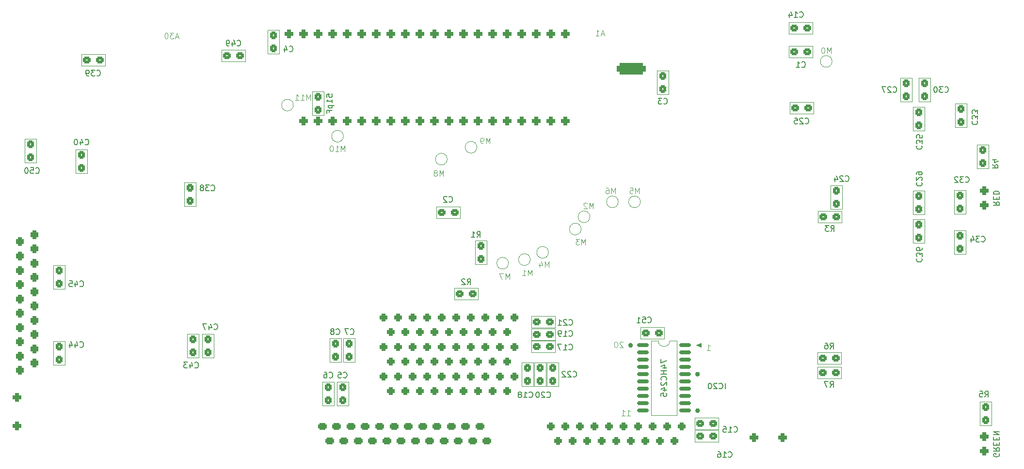
<source format=gbo>
G04 #@! TF.GenerationSoftware,KiCad,Pcbnew,7.0.2-0*
G04 #@! TF.CreationDate,2023-07-22T12:20:46+02:00*
G04 #@! TF.ProjectId,MegaCD,4d656761-4344-42e6-9b69-6361645f7063,rev?*
G04 #@! TF.SameCoordinates,Original*
G04 #@! TF.FileFunction,Legend,Bot*
G04 #@! TF.FilePolarity,Positive*
%FSLAX46Y46*%
G04 Gerber Fmt 4.6, Leading zero omitted, Abs format (unit mm)*
G04 Created by KiCad (PCBNEW 7.0.2-0) date 2023-07-22 12:20:46*
%MOMM*%
%LPD*%
G01*
G04 APERTURE LIST*
G04 Aperture macros list*
%AMRoundRect*
0 Rectangle with rounded corners*
0 $1 Rounding radius*
0 $2 $3 $4 $5 $6 $7 $8 $9 X,Y pos of 4 corners*
0 Add a 4 corners polygon primitive as box body*
4,1,4,$2,$3,$4,$5,$6,$7,$8,$9,$2,$3,0*
0 Add four circle primitives for the rounded corners*
1,1,$1+$1,$2,$3*
1,1,$1+$1,$4,$5*
1,1,$1+$1,$6,$7*
1,1,$1+$1,$8,$9*
0 Add four rect primitives between the rounded corners*
20,1,$1+$1,$2,$3,$4,$5,0*
20,1,$1+$1,$4,$5,$6,$7,0*
20,1,$1+$1,$6,$7,$8,$9,0*
20,1,$1+$1,$8,$9,$2,$3,0*%
G04 Aperture macros list end*
%ADD10C,0.150000*%
%ADD11C,0.100000*%
%ADD12C,0.409210*%
%ADD13C,2.767879*%
%ADD14R,1.600000X1.600000*%
%ADD15C,1.600000*%
%ADD16R,1.400000X1.400000*%
%ADD17O,1.400000X1.400000*%
%ADD18R,1.600000X1.200000*%
%ADD19RoundRect,0.300000X0.500000X-0.300000X0.500000X0.300000X-0.500000X0.300000X-0.500000X-0.300000X0*%
%ADD20R,1.400000X1.300000*%
%ADD21RoundRect,0.325000X0.375000X-0.325000X0.375000X0.325000X-0.375000X0.325000X-0.375000X-0.325000X0*%
%ADD22RoundRect,0.375000X-0.375000X0.375000X-0.375000X-0.375000X0.375000X-0.375000X0.375000X0.375000X0*%
%ADD23RoundRect,0.375000X0.375000X-0.375000X0.375000X0.375000X-0.375000X0.375000X-0.375000X-0.375000X0*%
%ADD24R,1.400000X1.600000*%
%ADD25RoundRect,0.350000X-0.350000X-0.450000X0.350000X-0.450000X0.350000X0.450000X-0.350000X0.450000X0*%
%ADD26O,2.000000X2.000000*%
%ADD27R,1.778000X8.000000*%
%ADD28RoundRect,0.375000X-0.375000X-0.375000X0.375000X-0.375000X0.375000X0.375000X-0.375000X0.375000X0*%
%ADD29RoundRect,0.255319X-0.344681X0.394681X-0.344681X-0.394681X0.344681X-0.394681X0.344681X0.394681X0*%
%ADD30RoundRect,0.255319X0.344681X-0.394681X0.344681X0.394681X-0.344681X0.394681X-0.344681X-0.394681X0*%
%ADD31C,1.500000*%
%ADD32RoundRect,0.255319X-0.394681X-0.344681X0.394681X-0.344681X0.394681X0.344681X-0.394681X0.344681X0*%
%ADD33RoundRect,0.150000X0.875000X0.150000X-0.875000X0.150000X-0.875000X-0.150000X0.875000X-0.150000X0*%
%ADD34RoundRect,0.500000X2.000000X0.500000X-2.000000X0.500000X-2.000000X-0.500000X2.000000X-0.500000X0*%
%ADD35RoundRect,0.255319X0.394681X0.344681X-0.394681X0.344681X-0.394681X-0.344681X0.394681X-0.344681X0*%
G04 APERTURE END LIST*
D10*
X227223780Y-86795076D02*
X227699971Y-87128409D01*
X227223780Y-87366504D02*
X228223780Y-87366504D01*
X228223780Y-87366504D02*
X228223780Y-86985552D01*
X228223780Y-86985552D02*
X228176161Y-86890314D01*
X228176161Y-86890314D02*
X228128542Y-86842695D01*
X228128542Y-86842695D02*
X228033304Y-86795076D01*
X228033304Y-86795076D02*
X227890447Y-86795076D01*
X227890447Y-86795076D02*
X227795209Y-86842695D01*
X227795209Y-86842695D02*
X227747590Y-86890314D01*
X227747590Y-86890314D02*
X227699971Y-86985552D01*
X227699971Y-86985552D02*
X227699971Y-87366504D01*
X227747590Y-86366504D02*
X227747590Y-86033171D01*
X227223780Y-85890314D02*
X227223780Y-86366504D01*
X227223780Y-86366504D02*
X228223780Y-86366504D01*
X228223780Y-86366504D02*
X228223780Y-85890314D01*
X227223780Y-85461742D02*
X228223780Y-85461742D01*
X228223780Y-85461742D02*
X228223780Y-85223647D01*
X228223780Y-85223647D02*
X228176161Y-85080790D01*
X228176161Y-85080790D02*
X228080923Y-84985552D01*
X228080923Y-84985552D02*
X227985685Y-84937933D01*
X227985685Y-84937933D02*
X227795209Y-84890314D01*
X227795209Y-84890314D02*
X227652352Y-84890314D01*
X227652352Y-84890314D02*
X227461876Y-84937933D01*
X227461876Y-84937933D02*
X227366638Y-84985552D01*
X227366638Y-84985552D02*
X227271400Y-85080790D01*
X227271400Y-85080790D02*
X227223780Y-85223647D01*
X227223780Y-85223647D02*
X227223780Y-85461742D01*
X228176161Y-130835495D02*
X228223780Y-130930733D01*
X228223780Y-130930733D02*
X228223780Y-131073590D01*
X228223780Y-131073590D02*
X228176161Y-131216447D01*
X228176161Y-131216447D02*
X228080923Y-131311685D01*
X228080923Y-131311685D02*
X227985685Y-131359304D01*
X227985685Y-131359304D02*
X227795209Y-131406923D01*
X227795209Y-131406923D02*
X227652352Y-131406923D01*
X227652352Y-131406923D02*
X227461876Y-131359304D01*
X227461876Y-131359304D02*
X227366638Y-131311685D01*
X227366638Y-131311685D02*
X227271400Y-131216447D01*
X227271400Y-131216447D02*
X227223780Y-131073590D01*
X227223780Y-131073590D02*
X227223780Y-130978352D01*
X227223780Y-130978352D02*
X227271400Y-130835495D01*
X227271400Y-130835495D02*
X227319019Y-130787876D01*
X227319019Y-130787876D02*
X227652352Y-130787876D01*
X227652352Y-130787876D02*
X227652352Y-130978352D01*
X227223780Y-129787876D02*
X227699971Y-130121209D01*
X227223780Y-130359304D02*
X228223780Y-130359304D01*
X228223780Y-130359304D02*
X228223780Y-129978352D01*
X228223780Y-129978352D02*
X228176161Y-129883114D01*
X228176161Y-129883114D02*
X228128542Y-129835495D01*
X228128542Y-129835495D02*
X228033304Y-129787876D01*
X228033304Y-129787876D02*
X227890447Y-129787876D01*
X227890447Y-129787876D02*
X227795209Y-129835495D01*
X227795209Y-129835495D02*
X227747590Y-129883114D01*
X227747590Y-129883114D02*
X227699971Y-129978352D01*
X227699971Y-129978352D02*
X227699971Y-130359304D01*
X227747590Y-129359304D02*
X227747590Y-129025971D01*
X227223780Y-128883114D02*
X227223780Y-129359304D01*
X227223780Y-129359304D02*
X228223780Y-129359304D01*
X228223780Y-129359304D02*
X228223780Y-128883114D01*
X227747590Y-128454542D02*
X227747590Y-128121209D01*
X227223780Y-127978352D02*
X227223780Y-128454542D01*
X227223780Y-128454542D02*
X228223780Y-128454542D01*
X228223780Y-128454542D02*
X228223780Y-127978352D01*
X227223780Y-127549780D02*
X228223780Y-127549780D01*
X228223780Y-127549780D02*
X227223780Y-126978352D01*
X227223780Y-126978352D02*
X228223780Y-126978352D01*
D11*
X84848723Y-57935704D02*
X84372533Y-57935704D01*
X84943961Y-58221419D02*
X84610628Y-57221419D01*
X84610628Y-57221419D02*
X84277295Y-58221419D01*
X84039199Y-57221419D02*
X83420152Y-57221419D01*
X83420152Y-57221419D02*
X83753485Y-57602371D01*
X83753485Y-57602371D02*
X83610628Y-57602371D01*
X83610628Y-57602371D02*
X83515390Y-57649990D01*
X83515390Y-57649990D02*
X83467771Y-57697609D01*
X83467771Y-57697609D02*
X83420152Y-57792847D01*
X83420152Y-57792847D02*
X83420152Y-58030942D01*
X83420152Y-58030942D02*
X83467771Y-58126180D01*
X83467771Y-58126180D02*
X83515390Y-58173800D01*
X83515390Y-58173800D02*
X83610628Y-58221419D01*
X83610628Y-58221419D02*
X83896342Y-58221419D01*
X83896342Y-58221419D02*
X83991580Y-58173800D01*
X83991580Y-58173800D02*
X84039199Y-58126180D01*
X82801104Y-57221419D02*
X82705866Y-57221419D01*
X82705866Y-57221419D02*
X82610628Y-57269038D01*
X82610628Y-57269038D02*
X82563009Y-57316657D01*
X82563009Y-57316657D02*
X82515390Y-57411895D01*
X82515390Y-57411895D02*
X82467771Y-57602371D01*
X82467771Y-57602371D02*
X82467771Y-57840466D01*
X82467771Y-57840466D02*
X82515390Y-58030942D01*
X82515390Y-58030942D02*
X82563009Y-58126180D01*
X82563009Y-58126180D02*
X82610628Y-58173800D01*
X82610628Y-58173800D02*
X82705866Y-58221419D01*
X82705866Y-58221419D02*
X82801104Y-58221419D01*
X82801104Y-58221419D02*
X82896342Y-58173800D01*
X82896342Y-58173800D02*
X82943961Y-58126180D01*
X82943961Y-58126180D02*
X82991580Y-58030942D01*
X82991580Y-58030942D02*
X83039199Y-57840466D01*
X83039199Y-57840466D02*
X83039199Y-57602371D01*
X83039199Y-57602371D02*
X82991580Y-57411895D01*
X82991580Y-57411895D02*
X82943961Y-57316657D01*
X82943961Y-57316657D02*
X82896342Y-57269038D01*
X82896342Y-57269038D02*
X82801104Y-57221419D01*
X159169123Y-57453104D02*
X158692933Y-57453104D01*
X159264361Y-57738819D02*
X158931028Y-56738819D01*
X158931028Y-56738819D02*
X158597695Y-57738819D01*
X157740552Y-57738819D02*
X158311980Y-57738819D01*
X158026266Y-57738819D02*
X158026266Y-56738819D01*
X158026266Y-56738819D02*
X158121504Y-56881676D01*
X158121504Y-56881676D02*
X158216742Y-56976914D01*
X158216742Y-56976914D02*
X158311980Y-57024533D01*
D10*
X112409266Y-109917580D02*
X112456885Y-109965200D01*
X112456885Y-109965200D02*
X112599742Y-110012819D01*
X112599742Y-110012819D02*
X112694980Y-110012819D01*
X112694980Y-110012819D02*
X112837837Y-109965200D01*
X112837837Y-109965200D02*
X112933075Y-109869961D01*
X112933075Y-109869961D02*
X112980694Y-109774723D01*
X112980694Y-109774723D02*
X113028313Y-109584247D01*
X113028313Y-109584247D02*
X113028313Y-109441390D01*
X113028313Y-109441390D02*
X112980694Y-109250914D01*
X112980694Y-109250914D02*
X112933075Y-109155676D01*
X112933075Y-109155676D02*
X112837837Y-109060438D01*
X112837837Y-109060438D02*
X112694980Y-109012819D01*
X112694980Y-109012819D02*
X112599742Y-109012819D01*
X112599742Y-109012819D02*
X112456885Y-109060438D01*
X112456885Y-109060438D02*
X112409266Y-109108057D01*
X111837837Y-109441390D02*
X111933075Y-109393771D01*
X111933075Y-109393771D02*
X111980694Y-109346152D01*
X111980694Y-109346152D02*
X112028313Y-109250914D01*
X112028313Y-109250914D02*
X112028313Y-109203295D01*
X112028313Y-109203295D02*
X111980694Y-109108057D01*
X111980694Y-109108057D02*
X111933075Y-109060438D01*
X111933075Y-109060438D02*
X111837837Y-109012819D01*
X111837837Y-109012819D02*
X111647361Y-109012819D01*
X111647361Y-109012819D02*
X111552123Y-109060438D01*
X111552123Y-109060438D02*
X111504504Y-109108057D01*
X111504504Y-109108057D02*
X111456885Y-109203295D01*
X111456885Y-109203295D02*
X111456885Y-109250914D01*
X111456885Y-109250914D02*
X111504504Y-109346152D01*
X111504504Y-109346152D02*
X111552123Y-109393771D01*
X111552123Y-109393771D02*
X111647361Y-109441390D01*
X111647361Y-109441390D02*
X111837837Y-109441390D01*
X111837837Y-109441390D02*
X111933075Y-109489009D01*
X111933075Y-109489009D02*
X111980694Y-109536628D01*
X111980694Y-109536628D02*
X112028313Y-109631866D01*
X112028313Y-109631866D02*
X112028313Y-109822342D01*
X112028313Y-109822342D02*
X111980694Y-109917580D01*
X111980694Y-109917580D02*
X111933075Y-109965200D01*
X111933075Y-109965200D02*
X111837837Y-110012819D01*
X111837837Y-110012819D02*
X111647361Y-110012819D01*
X111647361Y-110012819D02*
X111552123Y-109965200D01*
X111552123Y-109965200D02*
X111504504Y-109917580D01*
X111504504Y-109917580D02*
X111456885Y-109822342D01*
X111456885Y-109822342D02*
X111456885Y-109631866D01*
X111456885Y-109631866D02*
X111504504Y-109536628D01*
X111504504Y-109536628D02*
X111552123Y-109489009D01*
X111552123Y-109489009D02*
X111647361Y-109441390D01*
X110740019Y-68476952D02*
X110740019Y-68000762D01*
X110740019Y-68000762D02*
X111216209Y-67953143D01*
X111216209Y-67953143D02*
X111168590Y-68000762D01*
X111168590Y-68000762D02*
X111120971Y-68096000D01*
X111120971Y-68096000D02*
X111120971Y-68334095D01*
X111120971Y-68334095D02*
X111168590Y-68429333D01*
X111168590Y-68429333D02*
X111216209Y-68476952D01*
X111216209Y-68476952D02*
X111311447Y-68524571D01*
X111311447Y-68524571D02*
X111549542Y-68524571D01*
X111549542Y-68524571D02*
X111644780Y-68476952D01*
X111644780Y-68476952D02*
X111692400Y-68429333D01*
X111692400Y-68429333D02*
X111740019Y-68334095D01*
X111740019Y-68334095D02*
X111740019Y-68096000D01*
X111740019Y-68096000D02*
X111692400Y-68000762D01*
X111692400Y-68000762D02*
X111644780Y-67953143D01*
X111740019Y-69476952D02*
X111740019Y-68905524D01*
X111740019Y-69191238D02*
X110740019Y-69191238D01*
X110740019Y-69191238D02*
X110882876Y-69096000D01*
X110882876Y-69096000D02*
X110978114Y-69000762D01*
X110978114Y-69000762D02*
X111025733Y-68905524D01*
X111073352Y-69905524D02*
X112073352Y-69905524D01*
X111120971Y-69905524D02*
X111073352Y-70000762D01*
X111073352Y-70000762D02*
X111073352Y-70191238D01*
X111073352Y-70191238D02*
X111120971Y-70286476D01*
X111120971Y-70286476D02*
X111168590Y-70334095D01*
X111168590Y-70334095D02*
X111263828Y-70381714D01*
X111263828Y-70381714D02*
X111549542Y-70381714D01*
X111549542Y-70381714D02*
X111644780Y-70334095D01*
X111644780Y-70334095D02*
X111692400Y-70286476D01*
X111692400Y-70286476D02*
X111740019Y-70191238D01*
X111740019Y-70191238D02*
X111740019Y-70000762D01*
X111740019Y-70000762D02*
X111692400Y-69905524D01*
X111216209Y-71143619D02*
X111216209Y-70810286D01*
X111740019Y-70810286D02*
X110740019Y-70810286D01*
X110740019Y-70810286D02*
X110740019Y-71286476D01*
X225693266Y-120934819D02*
X226026599Y-120458628D01*
X226264694Y-120934819D02*
X226264694Y-119934819D01*
X226264694Y-119934819D02*
X225883742Y-119934819D01*
X225883742Y-119934819D02*
X225788504Y-119982438D01*
X225788504Y-119982438D02*
X225740885Y-120030057D01*
X225740885Y-120030057D02*
X225693266Y-120125295D01*
X225693266Y-120125295D02*
X225693266Y-120268152D01*
X225693266Y-120268152D02*
X225740885Y-120363390D01*
X225740885Y-120363390D02*
X225788504Y-120411009D01*
X225788504Y-120411009D02*
X225883742Y-120458628D01*
X225883742Y-120458628D02*
X226264694Y-120458628D01*
X224788504Y-119934819D02*
X225264694Y-119934819D01*
X225264694Y-119934819D02*
X225312313Y-120411009D01*
X225312313Y-120411009D02*
X225264694Y-120363390D01*
X225264694Y-120363390D02*
X225169456Y-120315771D01*
X225169456Y-120315771D02*
X224931361Y-120315771D01*
X224931361Y-120315771D02*
X224836123Y-120363390D01*
X224836123Y-120363390D02*
X224788504Y-120411009D01*
X224788504Y-120411009D02*
X224740885Y-120506247D01*
X224740885Y-120506247D02*
X224740885Y-120744342D01*
X224740885Y-120744342D02*
X224788504Y-120839580D01*
X224788504Y-120839580D02*
X224836123Y-120887200D01*
X224836123Y-120887200D02*
X224931361Y-120934819D01*
X224931361Y-120934819D02*
X225169456Y-120934819D01*
X225169456Y-120934819D02*
X225264694Y-120887200D01*
X225264694Y-120887200D02*
X225312313Y-120839580D01*
X67673457Y-112152780D02*
X67721076Y-112200400D01*
X67721076Y-112200400D02*
X67863933Y-112248019D01*
X67863933Y-112248019D02*
X67959171Y-112248019D01*
X67959171Y-112248019D02*
X68102028Y-112200400D01*
X68102028Y-112200400D02*
X68197266Y-112105161D01*
X68197266Y-112105161D02*
X68244885Y-112009923D01*
X68244885Y-112009923D02*
X68292504Y-111819447D01*
X68292504Y-111819447D02*
X68292504Y-111676590D01*
X68292504Y-111676590D02*
X68244885Y-111486114D01*
X68244885Y-111486114D02*
X68197266Y-111390876D01*
X68197266Y-111390876D02*
X68102028Y-111295638D01*
X68102028Y-111295638D02*
X67959171Y-111248019D01*
X67959171Y-111248019D02*
X67863933Y-111248019D01*
X67863933Y-111248019D02*
X67721076Y-111295638D01*
X67721076Y-111295638D02*
X67673457Y-111343257D01*
X66816314Y-111581352D02*
X66816314Y-112248019D01*
X67054409Y-111200400D02*
X67292504Y-111914685D01*
X67292504Y-111914685D02*
X66673457Y-111914685D01*
X65863933Y-111581352D02*
X65863933Y-112248019D01*
X66102028Y-111200400D02*
X66340123Y-111914685D01*
X66340123Y-111914685D02*
X65721076Y-111914685D01*
X146108657Y-120941180D02*
X146156276Y-120988800D01*
X146156276Y-120988800D02*
X146299133Y-121036419D01*
X146299133Y-121036419D02*
X146394371Y-121036419D01*
X146394371Y-121036419D02*
X146537228Y-120988800D01*
X146537228Y-120988800D02*
X146632466Y-120893561D01*
X146632466Y-120893561D02*
X146680085Y-120798323D01*
X146680085Y-120798323D02*
X146727704Y-120607847D01*
X146727704Y-120607847D02*
X146727704Y-120464990D01*
X146727704Y-120464990D02*
X146680085Y-120274514D01*
X146680085Y-120274514D02*
X146632466Y-120179276D01*
X146632466Y-120179276D02*
X146537228Y-120084038D01*
X146537228Y-120084038D02*
X146394371Y-120036419D01*
X146394371Y-120036419D02*
X146299133Y-120036419D01*
X146299133Y-120036419D02*
X146156276Y-120084038D01*
X146156276Y-120084038D02*
X146108657Y-120131657D01*
X145156276Y-121036419D02*
X145727704Y-121036419D01*
X145441990Y-121036419D02*
X145441990Y-120036419D01*
X145441990Y-120036419D02*
X145537228Y-120179276D01*
X145537228Y-120179276D02*
X145632466Y-120274514D01*
X145632466Y-120274514D02*
X145727704Y-120322133D01*
X144584847Y-120464990D02*
X144680085Y-120417371D01*
X144680085Y-120417371D02*
X144727704Y-120369752D01*
X144727704Y-120369752D02*
X144775323Y-120274514D01*
X144775323Y-120274514D02*
X144775323Y-120226895D01*
X144775323Y-120226895D02*
X144727704Y-120131657D01*
X144727704Y-120131657D02*
X144680085Y-120084038D01*
X144680085Y-120084038D02*
X144584847Y-120036419D01*
X144584847Y-120036419D02*
X144394371Y-120036419D01*
X144394371Y-120036419D02*
X144299133Y-120084038D01*
X144299133Y-120084038D02*
X144251514Y-120131657D01*
X144251514Y-120131657D02*
X144203895Y-120226895D01*
X144203895Y-120226895D02*
X144203895Y-120274514D01*
X144203895Y-120274514D02*
X144251514Y-120369752D01*
X144251514Y-120369752D02*
X144299133Y-120417371D01*
X144299133Y-120417371D02*
X144394371Y-120464990D01*
X144394371Y-120464990D02*
X144584847Y-120464990D01*
X144584847Y-120464990D02*
X144680085Y-120512609D01*
X144680085Y-120512609D02*
X144727704Y-120560228D01*
X144727704Y-120560228D02*
X144775323Y-120655466D01*
X144775323Y-120655466D02*
X144775323Y-120845942D01*
X144775323Y-120845942D02*
X144727704Y-120941180D01*
X144727704Y-120941180D02*
X144680085Y-120988800D01*
X144680085Y-120988800D02*
X144584847Y-121036419D01*
X144584847Y-121036419D02*
X144394371Y-121036419D01*
X144394371Y-121036419D02*
X144299133Y-120988800D01*
X144299133Y-120988800D02*
X144251514Y-120941180D01*
X144251514Y-120941180D02*
X144203895Y-120845942D01*
X144203895Y-120845942D02*
X144203895Y-120655466D01*
X144203895Y-120655466D02*
X144251514Y-120560228D01*
X144251514Y-120560228D02*
X144299133Y-120512609D01*
X144299133Y-120512609D02*
X144394371Y-120464990D01*
D11*
X139264923Y-76586419D02*
X139264923Y-75586419D01*
X139264923Y-75586419D02*
X138931590Y-76300704D01*
X138931590Y-76300704D02*
X138598257Y-75586419D01*
X138598257Y-75586419D02*
X138598257Y-76586419D01*
X138074447Y-76586419D02*
X137883971Y-76586419D01*
X137883971Y-76586419D02*
X137788733Y-76538800D01*
X137788733Y-76538800D02*
X137741114Y-76491180D01*
X137741114Y-76491180D02*
X137645876Y-76348323D01*
X137645876Y-76348323D02*
X137598257Y-76157847D01*
X137598257Y-76157847D02*
X137598257Y-75776895D01*
X137598257Y-75776895D02*
X137645876Y-75681657D01*
X137645876Y-75681657D02*
X137693495Y-75634038D01*
X137693495Y-75634038D02*
X137788733Y-75586419D01*
X137788733Y-75586419D02*
X137979209Y-75586419D01*
X137979209Y-75586419D02*
X138074447Y-75634038D01*
X138074447Y-75634038D02*
X138122066Y-75681657D01*
X138122066Y-75681657D02*
X138169685Y-75776895D01*
X138169685Y-75776895D02*
X138169685Y-76014990D01*
X138169685Y-76014990D02*
X138122066Y-76110228D01*
X138122066Y-76110228D02*
X138074447Y-76157847D01*
X138074447Y-76157847D02*
X137979209Y-76205466D01*
X137979209Y-76205466D02*
X137788733Y-76205466D01*
X137788733Y-76205466D02*
X137693495Y-76157847D01*
X137693495Y-76157847D02*
X137645876Y-76110228D01*
X137645876Y-76110228D02*
X137598257Y-76014990D01*
X165325323Y-85349419D02*
X165325323Y-84349419D01*
X165325323Y-84349419D02*
X164991990Y-85063704D01*
X164991990Y-85063704D02*
X164658657Y-84349419D01*
X164658657Y-84349419D02*
X164658657Y-85349419D01*
X163706276Y-84349419D02*
X164182466Y-84349419D01*
X164182466Y-84349419D02*
X164230085Y-84825609D01*
X164230085Y-84825609D02*
X164182466Y-84777990D01*
X164182466Y-84777990D02*
X164087228Y-84730371D01*
X164087228Y-84730371D02*
X163849133Y-84730371D01*
X163849133Y-84730371D02*
X163753895Y-84777990D01*
X163753895Y-84777990D02*
X163706276Y-84825609D01*
X163706276Y-84825609D02*
X163658657Y-84920847D01*
X163658657Y-84920847D02*
X163658657Y-85158942D01*
X163658657Y-85158942D02*
X163706276Y-85254180D01*
X163706276Y-85254180D02*
X163753895Y-85301800D01*
X163753895Y-85301800D02*
X163849133Y-85349419D01*
X163849133Y-85349419D02*
X164087228Y-85349419D01*
X164087228Y-85349419D02*
X164182466Y-85301800D01*
X164182466Y-85301800D02*
X164230085Y-85254180D01*
D10*
X153068257Y-108291980D02*
X153115876Y-108339600D01*
X153115876Y-108339600D02*
X153258733Y-108387219D01*
X153258733Y-108387219D02*
X153353971Y-108387219D01*
X153353971Y-108387219D02*
X153496828Y-108339600D01*
X153496828Y-108339600D02*
X153592066Y-108244361D01*
X153592066Y-108244361D02*
X153639685Y-108149123D01*
X153639685Y-108149123D02*
X153687304Y-107958647D01*
X153687304Y-107958647D02*
X153687304Y-107815790D01*
X153687304Y-107815790D02*
X153639685Y-107625314D01*
X153639685Y-107625314D02*
X153592066Y-107530076D01*
X153592066Y-107530076D02*
X153496828Y-107434838D01*
X153496828Y-107434838D02*
X153353971Y-107387219D01*
X153353971Y-107387219D02*
X153258733Y-107387219D01*
X153258733Y-107387219D02*
X153115876Y-107434838D01*
X153115876Y-107434838D02*
X153068257Y-107482457D01*
X152687304Y-107482457D02*
X152639685Y-107434838D01*
X152639685Y-107434838D02*
X152544447Y-107387219D01*
X152544447Y-107387219D02*
X152306352Y-107387219D01*
X152306352Y-107387219D02*
X152211114Y-107434838D01*
X152211114Y-107434838D02*
X152163495Y-107482457D01*
X152163495Y-107482457D02*
X152115876Y-107577695D01*
X152115876Y-107577695D02*
X152115876Y-107672933D01*
X152115876Y-107672933D02*
X152163495Y-107815790D01*
X152163495Y-107815790D02*
X152734923Y-108387219D01*
X152734923Y-108387219D02*
X152115876Y-108387219D01*
X151163495Y-108387219D02*
X151734923Y-108387219D01*
X151449209Y-108387219D02*
X151449209Y-107387219D01*
X151449209Y-107387219D02*
X151544447Y-107530076D01*
X151544447Y-107530076D02*
X151639685Y-107625314D01*
X151639685Y-107625314D02*
X151734923Y-107672933D01*
X198794666Y-91928019D02*
X199127999Y-91451828D01*
X199366094Y-91928019D02*
X199366094Y-90928019D01*
X199366094Y-90928019D02*
X198985142Y-90928019D01*
X198985142Y-90928019D02*
X198889904Y-90975638D01*
X198889904Y-90975638D02*
X198842285Y-91023257D01*
X198842285Y-91023257D02*
X198794666Y-91118495D01*
X198794666Y-91118495D02*
X198794666Y-91261352D01*
X198794666Y-91261352D02*
X198842285Y-91356590D01*
X198842285Y-91356590D02*
X198889904Y-91404209D01*
X198889904Y-91404209D02*
X198985142Y-91451828D01*
X198985142Y-91451828D02*
X199366094Y-91451828D01*
X198461332Y-90928019D02*
X197842285Y-90928019D01*
X197842285Y-90928019D02*
X198175618Y-91308971D01*
X198175618Y-91308971D02*
X198032761Y-91308971D01*
X198032761Y-91308971D02*
X197937523Y-91356590D01*
X197937523Y-91356590D02*
X197889904Y-91404209D01*
X197889904Y-91404209D02*
X197842285Y-91499447D01*
X197842285Y-91499447D02*
X197842285Y-91737542D01*
X197842285Y-91737542D02*
X197889904Y-91832780D01*
X197889904Y-91832780D02*
X197937523Y-91880400D01*
X197937523Y-91880400D02*
X198032761Y-91928019D01*
X198032761Y-91928019D02*
X198318475Y-91928019D01*
X198318475Y-91928019D02*
X198413713Y-91880400D01*
X198413713Y-91880400D02*
X198461332Y-91832780D01*
X213830819Y-83421457D02*
X213783200Y-83469076D01*
X213783200Y-83469076D02*
X213735580Y-83611933D01*
X213735580Y-83611933D02*
X213735580Y-83707171D01*
X213735580Y-83707171D02*
X213783200Y-83850028D01*
X213783200Y-83850028D02*
X213878438Y-83945266D01*
X213878438Y-83945266D02*
X213973676Y-83992885D01*
X213973676Y-83992885D02*
X214164152Y-84040504D01*
X214164152Y-84040504D02*
X214307009Y-84040504D01*
X214307009Y-84040504D02*
X214497485Y-83992885D01*
X214497485Y-83992885D02*
X214592723Y-83945266D01*
X214592723Y-83945266D02*
X214687961Y-83850028D01*
X214687961Y-83850028D02*
X214735580Y-83707171D01*
X214735580Y-83707171D02*
X214735580Y-83611933D01*
X214735580Y-83611933D02*
X214687961Y-83469076D01*
X214687961Y-83469076D02*
X214640342Y-83421457D01*
X214640342Y-83040504D02*
X214687961Y-82992885D01*
X214687961Y-82992885D02*
X214735580Y-82897647D01*
X214735580Y-82897647D02*
X214735580Y-82659552D01*
X214735580Y-82659552D02*
X214687961Y-82564314D01*
X214687961Y-82564314D02*
X214640342Y-82516695D01*
X214640342Y-82516695D02*
X214545104Y-82469076D01*
X214545104Y-82469076D02*
X214449866Y-82469076D01*
X214449866Y-82469076D02*
X214307009Y-82516695D01*
X214307009Y-82516695D02*
X213735580Y-83088123D01*
X213735580Y-83088123D02*
X213735580Y-82469076D01*
X213735580Y-81992885D02*
X213735580Y-81802409D01*
X213735580Y-81802409D02*
X213783200Y-81707171D01*
X213783200Y-81707171D02*
X213830819Y-81659552D01*
X213830819Y-81659552D02*
X213973676Y-81564314D01*
X213973676Y-81564314D02*
X214164152Y-81516695D01*
X214164152Y-81516695D02*
X214545104Y-81516695D01*
X214545104Y-81516695D02*
X214640342Y-81564314D01*
X214640342Y-81564314D02*
X214687961Y-81611933D01*
X214687961Y-81611933D02*
X214735580Y-81707171D01*
X214735580Y-81707171D02*
X214735580Y-81897647D01*
X214735580Y-81897647D02*
X214687961Y-81992885D01*
X214687961Y-81992885D02*
X214640342Y-82040504D01*
X214640342Y-82040504D02*
X214545104Y-82088123D01*
X214545104Y-82088123D02*
X214307009Y-82088123D01*
X214307009Y-82088123D02*
X214211771Y-82040504D01*
X214211771Y-82040504D02*
X214164152Y-81992885D01*
X214164152Y-81992885D02*
X214116533Y-81897647D01*
X214116533Y-81897647D02*
X214116533Y-81707171D01*
X214116533Y-81707171D02*
X214164152Y-81611933D01*
X214164152Y-81611933D02*
X214211771Y-81564314D01*
X214211771Y-81564314D02*
X214307009Y-81516695D01*
X180906657Y-131405980D02*
X180954276Y-131453600D01*
X180954276Y-131453600D02*
X181097133Y-131501219D01*
X181097133Y-131501219D02*
X181192371Y-131501219D01*
X181192371Y-131501219D02*
X181335228Y-131453600D01*
X181335228Y-131453600D02*
X181430466Y-131358361D01*
X181430466Y-131358361D02*
X181478085Y-131263123D01*
X181478085Y-131263123D02*
X181525704Y-131072647D01*
X181525704Y-131072647D02*
X181525704Y-130929790D01*
X181525704Y-130929790D02*
X181478085Y-130739314D01*
X181478085Y-130739314D02*
X181430466Y-130644076D01*
X181430466Y-130644076D02*
X181335228Y-130548838D01*
X181335228Y-130548838D02*
X181192371Y-130501219D01*
X181192371Y-130501219D02*
X181097133Y-130501219D01*
X181097133Y-130501219D02*
X180954276Y-130548838D01*
X180954276Y-130548838D02*
X180906657Y-130596457D01*
X179954276Y-131501219D02*
X180525704Y-131501219D01*
X180239990Y-131501219D02*
X180239990Y-130501219D01*
X180239990Y-130501219D02*
X180335228Y-130644076D01*
X180335228Y-130644076D02*
X180430466Y-130739314D01*
X180430466Y-130739314D02*
X180525704Y-130786933D01*
X179097133Y-130501219D02*
X179287609Y-130501219D01*
X179287609Y-130501219D02*
X179382847Y-130548838D01*
X179382847Y-130548838D02*
X179430466Y-130596457D01*
X179430466Y-130596457D02*
X179525704Y-130739314D01*
X179525704Y-130739314D02*
X179573323Y-130929790D01*
X179573323Y-130929790D02*
X179573323Y-131310742D01*
X179573323Y-131310742D02*
X179525704Y-131405980D01*
X179525704Y-131405980D02*
X179478085Y-131453600D01*
X179478085Y-131453600D02*
X179382847Y-131501219D01*
X179382847Y-131501219D02*
X179192371Y-131501219D01*
X179192371Y-131501219D02*
X179097133Y-131453600D01*
X179097133Y-131453600D02*
X179049514Y-131405980D01*
X179049514Y-131405980D02*
X179001895Y-131310742D01*
X179001895Y-131310742D02*
X179001895Y-131072647D01*
X179001895Y-131072647D02*
X179049514Y-130977409D01*
X179049514Y-130977409D02*
X179097133Y-130929790D01*
X179097133Y-130929790D02*
X179192371Y-130882171D01*
X179192371Y-130882171D02*
X179382847Y-130882171D01*
X179382847Y-130882171D02*
X179478085Y-130929790D01*
X179478085Y-130929790D02*
X179525704Y-130977409D01*
X179525704Y-130977409D02*
X179573323Y-131072647D01*
D11*
X142668523Y-100310019D02*
X142668523Y-99310019D01*
X142668523Y-99310019D02*
X142335190Y-100024304D01*
X142335190Y-100024304D02*
X142001857Y-99310019D01*
X142001857Y-99310019D02*
X142001857Y-100310019D01*
X141620904Y-99310019D02*
X140954238Y-99310019D01*
X140954238Y-99310019D02*
X141382809Y-100310019D01*
X113934713Y-77958019D02*
X113934713Y-76958019D01*
X113934713Y-76958019D02*
X113601380Y-77672304D01*
X113601380Y-77672304D02*
X113268047Y-76958019D01*
X113268047Y-76958019D02*
X113268047Y-77958019D01*
X112268047Y-77958019D02*
X112839475Y-77958019D01*
X112553761Y-77958019D02*
X112553761Y-76958019D01*
X112553761Y-76958019D02*
X112648999Y-77100876D01*
X112648999Y-77100876D02*
X112744237Y-77196114D01*
X112744237Y-77196114D02*
X112839475Y-77243733D01*
X111648999Y-76958019D02*
X111553761Y-76958019D01*
X111553761Y-76958019D02*
X111458523Y-77005638D01*
X111458523Y-77005638D02*
X111410904Y-77053257D01*
X111410904Y-77053257D02*
X111363285Y-77148495D01*
X111363285Y-77148495D02*
X111315666Y-77338971D01*
X111315666Y-77338971D02*
X111315666Y-77577066D01*
X111315666Y-77577066D02*
X111363285Y-77767542D01*
X111363285Y-77767542D02*
X111410904Y-77862780D01*
X111410904Y-77862780D02*
X111458523Y-77910400D01*
X111458523Y-77910400D02*
X111553761Y-77958019D01*
X111553761Y-77958019D02*
X111648999Y-77958019D01*
X111648999Y-77958019D02*
X111744237Y-77910400D01*
X111744237Y-77910400D02*
X111791856Y-77862780D01*
X111791856Y-77862780D02*
X111839475Y-77767542D01*
X111839475Y-77767542D02*
X111887094Y-77577066D01*
X111887094Y-77577066D02*
X111887094Y-77338971D01*
X111887094Y-77338971D02*
X111839475Y-77148495D01*
X111839475Y-77148495D02*
X111791856Y-77053257D01*
X111791856Y-77053257D02*
X111744237Y-77005638D01*
X111744237Y-77005638D02*
X111648999Y-76958019D01*
D10*
X68587857Y-76745180D02*
X68635476Y-76792800D01*
X68635476Y-76792800D02*
X68778333Y-76840419D01*
X68778333Y-76840419D02*
X68873571Y-76840419D01*
X68873571Y-76840419D02*
X69016428Y-76792800D01*
X69016428Y-76792800D02*
X69111666Y-76697561D01*
X69111666Y-76697561D02*
X69159285Y-76602323D01*
X69159285Y-76602323D02*
X69206904Y-76411847D01*
X69206904Y-76411847D02*
X69206904Y-76268990D01*
X69206904Y-76268990D02*
X69159285Y-76078514D01*
X69159285Y-76078514D02*
X69111666Y-75983276D01*
X69111666Y-75983276D02*
X69016428Y-75888038D01*
X69016428Y-75888038D02*
X68873571Y-75840419D01*
X68873571Y-75840419D02*
X68778333Y-75840419D01*
X68778333Y-75840419D02*
X68635476Y-75888038D01*
X68635476Y-75888038D02*
X68587857Y-75935657D01*
X67730714Y-76173752D02*
X67730714Y-76840419D01*
X67968809Y-75792800D02*
X68206904Y-76507085D01*
X68206904Y-76507085D02*
X67587857Y-76507085D01*
X67016428Y-75840419D02*
X66921190Y-75840419D01*
X66921190Y-75840419D02*
X66825952Y-75888038D01*
X66825952Y-75888038D02*
X66778333Y-75935657D01*
X66778333Y-75935657D02*
X66730714Y-76030895D01*
X66730714Y-76030895D02*
X66683095Y-76221371D01*
X66683095Y-76221371D02*
X66683095Y-76459466D01*
X66683095Y-76459466D02*
X66730714Y-76649942D01*
X66730714Y-76649942D02*
X66778333Y-76745180D01*
X66778333Y-76745180D02*
X66825952Y-76792800D01*
X66825952Y-76792800D02*
X66921190Y-76840419D01*
X66921190Y-76840419D02*
X67016428Y-76840419D01*
X67016428Y-76840419D02*
X67111666Y-76792800D01*
X67111666Y-76792800D02*
X67159285Y-76745180D01*
X67159285Y-76745180D02*
X67206904Y-76649942D01*
X67206904Y-76649942D02*
X67254523Y-76459466D01*
X67254523Y-76459466D02*
X67254523Y-76221371D01*
X67254523Y-76221371D02*
X67206904Y-76030895D01*
X67206904Y-76030895D02*
X67159285Y-75935657D01*
X67159285Y-75935657D02*
X67111666Y-75888038D01*
X67111666Y-75888038D02*
X67016428Y-75840419D01*
X95130857Y-59422380D02*
X95178476Y-59470000D01*
X95178476Y-59470000D02*
X95321333Y-59517619D01*
X95321333Y-59517619D02*
X95416571Y-59517619D01*
X95416571Y-59517619D02*
X95559428Y-59470000D01*
X95559428Y-59470000D02*
X95654666Y-59374761D01*
X95654666Y-59374761D02*
X95702285Y-59279523D01*
X95702285Y-59279523D02*
X95749904Y-59089047D01*
X95749904Y-59089047D02*
X95749904Y-58946190D01*
X95749904Y-58946190D02*
X95702285Y-58755714D01*
X95702285Y-58755714D02*
X95654666Y-58660476D01*
X95654666Y-58660476D02*
X95559428Y-58565238D01*
X95559428Y-58565238D02*
X95416571Y-58517619D01*
X95416571Y-58517619D02*
X95321333Y-58517619D01*
X95321333Y-58517619D02*
X95178476Y-58565238D01*
X95178476Y-58565238D02*
X95130857Y-58612857D01*
X94273714Y-58850952D02*
X94273714Y-59517619D01*
X94511809Y-58470000D02*
X94749904Y-59184285D01*
X94749904Y-59184285D02*
X94130857Y-59184285D01*
X93702285Y-59517619D02*
X93511809Y-59517619D01*
X93511809Y-59517619D02*
X93416571Y-59470000D01*
X93416571Y-59470000D02*
X93368952Y-59422380D01*
X93368952Y-59422380D02*
X93273714Y-59279523D01*
X93273714Y-59279523D02*
X93226095Y-59089047D01*
X93226095Y-59089047D02*
X93226095Y-58708095D01*
X93226095Y-58708095D02*
X93273714Y-58612857D01*
X93273714Y-58612857D02*
X93321333Y-58565238D01*
X93321333Y-58565238D02*
X93416571Y-58517619D01*
X93416571Y-58517619D02*
X93607047Y-58517619D01*
X93607047Y-58517619D02*
X93702285Y-58565238D01*
X93702285Y-58565238D02*
X93749904Y-58612857D01*
X93749904Y-58612857D02*
X93797523Y-58708095D01*
X93797523Y-58708095D02*
X93797523Y-58946190D01*
X93797523Y-58946190D02*
X93749904Y-59041428D01*
X93749904Y-59041428D02*
X93702285Y-59089047D01*
X93702285Y-59089047D02*
X93607047Y-59136666D01*
X93607047Y-59136666D02*
X93416571Y-59136666D01*
X93416571Y-59136666D02*
X93321333Y-59089047D01*
X93321333Y-59089047D02*
X93273714Y-59041428D01*
X93273714Y-59041428D02*
X93226095Y-58946190D01*
X213830819Y-96680257D02*
X213783200Y-96727876D01*
X213783200Y-96727876D02*
X213735580Y-96870733D01*
X213735580Y-96870733D02*
X213735580Y-96965971D01*
X213735580Y-96965971D02*
X213783200Y-97108828D01*
X213783200Y-97108828D02*
X213878438Y-97204066D01*
X213878438Y-97204066D02*
X213973676Y-97251685D01*
X213973676Y-97251685D02*
X214164152Y-97299304D01*
X214164152Y-97299304D02*
X214307009Y-97299304D01*
X214307009Y-97299304D02*
X214497485Y-97251685D01*
X214497485Y-97251685D02*
X214592723Y-97204066D01*
X214592723Y-97204066D02*
X214687961Y-97108828D01*
X214687961Y-97108828D02*
X214735580Y-96965971D01*
X214735580Y-96965971D02*
X214735580Y-96870733D01*
X214735580Y-96870733D02*
X214687961Y-96727876D01*
X214687961Y-96727876D02*
X214640342Y-96680257D01*
X214735580Y-96346923D02*
X214735580Y-95727876D01*
X214735580Y-95727876D02*
X214354628Y-96061209D01*
X214354628Y-96061209D02*
X214354628Y-95918352D01*
X214354628Y-95918352D02*
X214307009Y-95823114D01*
X214307009Y-95823114D02*
X214259390Y-95775495D01*
X214259390Y-95775495D02*
X214164152Y-95727876D01*
X214164152Y-95727876D02*
X213926057Y-95727876D01*
X213926057Y-95727876D02*
X213830819Y-95775495D01*
X213830819Y-95775495D02*
X213783200Y-95823114D01*
X213783200Y-95823114D02*
X213735580Y-95918352D01*
X213735580Y-95918352D02*
X213735580Y-96204066D01*
X213735580Y-96204066D02*
X213783200Y-96299304D01*
X213783200Y-96299304D02*
X213830819Y-96346923D01*
X214735580Y-94870733D02*
X214735580Y-95061209D01*
X214735580Y-95061209D02*
X214687961Y-95156447D01*
X214687961Y-95156447D02*
X214640342Y-95204066D01*
X214640342Y-95204066D02*
X214497485Y-95299304D01*
X214497485Y-95299304D02*
X214307009Y-95346923D01*
X214307009Y-95346923D02*
X213926057Y-95346923D01*
X213926057Y-95346923D02*
X213830819Y-95299304D01*
X213830819Y-95299304D02*
X213783200Y-95251685D01*
X213783200Y-95251685D02*
X213735580Y-95156447D01*
X213735580Y-95156447D02*
X213735580Y-94965971D01*
X213735580Y-94965971D02*
X213783200Y-94870733D01*
X213783200Y-94870733D02*
X213830819Y-94823114D01*
X213830819Y-94823114D02*
X213926057Y-94775495D01*
X213926057Y-94775495D02*
X214164152Y-94775495D01*
X214164152Y-94775495D02*
X214259390Y-94823114D01*
X214259390Y-94823114D02*
X214307009Y-94870733D01*
X214307009Y-94870733D02*
X214354628Y-94965971D01*
X214354628Y-94965971D02*
X214354628Y-95156447D01*
X214354628Y-95156447D02*
X214307009Y-95251685D01*
X214307009Y-95251685D02*
X214259390Y-95299304D01*
X214259390Y-95299304D02*
X214164152Y-95346923D01*
X209684857Y-67550380D02*
X209732476Y-67598000D01*
X209732476Y-67598000D02*
X209875333Y-67645619D01*
X209875333Y-67645619D02*
X209970571Y-67645619D01*
X209970571Y-67645619D02*
X210113428Y-67598000D01*
X210113428Y-67598000D02*
X210208666Y-67502761D01*
X210208666Y-67502761D02*
X210256285Y-67407523D01*
X210256285Y-67407523D02*
X210303904Y-67217047D01*
X210303904Y-67217047D02*
X210303904Y-67074190D01*
X210303904Y-67074190D02*
X210256285Y-66883714D01*
X210256285Y-66883714D02*
X210208666Y-66788476D01*
X210208666Y-66788476D02*
X210113428Y-66693238D01*
X210113428Y-66693238D02*
X209970571Y-66645619D01*
X209970571Y-66645619D02*
X209875333Y-66645619D01*
X209875333Y-66645619D02*
X209732476Y-66693238D01*
X209732476Y-66693238D02*
X209684857Y-66740857D01*
X209303904Y-66740857D02*
X209256285Y-66693238D01*
X209256285Y-66693238D02*
X209161047Y-66645619D01*
X209161047Y-66645619D02*
X208922952Y-66645619D01*
X208922952Y-66645619D02*
X208827714Y-66693238D01*
X208827714Y-66693238D02*
X208780095Y-66740857D01*
X208780095Y-66740857D02*
X208732476Y-66836095D01*
X208732476Y-66836095D02*
X208732476Y-66931333D01*
X208732476Y-66931333D02*
X208780095Y-67074190D01*
X208780095Y-67074190D02*
X209351523Y-67645619D01*
X209351523Y-67645619D02*
X208732476Y-67645619D01*
X208399142Y-66645619D02*
X207732476Y-66645619D01*
X207732476Y-66645619D02*
X208161047Y-67645619D01*
X180344580Y-119512419D02*
X180344580Y-118512419D01*
X179296962Y-119417180D02*
X179344581Y-119464800D01*
X179344581Y-119464800D02*
X179487438Y-119512419D01*
X179487438Y-119512419D02*
X179582676Y-119512419D01*
X179582676Y-119512419D02*
X179725533Y-119464800D01*
X179725533Y-119464800D02*
X179820771Y-119369561D01*
X179820771Y-119369561D02*
X179868390Y-119274323D01*
X179868390Y-119274323D02*
X179916009Y-119083847D01*
X179916009Y-119083847D02*
X179916009Y-118940990D01*
X179916009Y-118940990D02*
X179868390Y-118750514D01*
X179868390Y-118750514D02*
X179820771Y-118655276D01*
X179820771Y-118655276D02*
X179725533Y-118560038D01*
X179725533Y-118560038D02*
X179582676Y-118512419D01*
X179582676Y-118512419D02*
X179487438Y-118512419D01*
X179487438Y-118512419D02*
X179344581Y-118560038D01*
X179344581Y-118560038D02*
X179296962Y-118607657D01*
X178916009Y-118607657D02*
X178868390Y-118560038D01*
X178868390Y-118560038D02*
X178773152Y-118512419D01*
X178773152Y-118512419D02*
X178535057Y-118512419D01*
X178535057Y-118512419D02*
X178439819Y-118560038D01*
X178439819Y-118560038D02*
X178392200Y-118607657D01*
X178392200Y-118607657D02*
X178344581Y-118702895D01*
X178344581Y-118702895D02*
X178344581Y-118798133D01*
X178344581Y-118798133D02*
X178392200Y-118940990D01*
X178392200Y-118940990D02*
X178963628Y-119512419D01*
X178963628Y-119512419D02*
X178344581Y-119512419D01*
X177725533Y-118512419D02*
X177630295Y-118512419D01*
X177630295Y-118512419D02*
X177535057Y-118560038D01*
X177535057Y-118560038D02*
X177487438Y-118607657D01*
X177487438Y-118607657D02*
X177439819Y-118702895D01*
X177439819Y-118702895D02*
X177392200Y-118893371D01*
X177392200Y-118893371D02*
X177392200Y-119131466D01*
X177392200Y-119131466D02*
X177439819Y-119321942D01*
X177439819Y-119321942D02*
X177487438Y-119417180D01*
X177487438Y-119417180D02*
X177535057Y-119464800D01*
X177535057Y-119464800D02*
X177630295Y-119512419D01*
X177630295Y-119512419D02*
X177725533Y-119512419D01*
X177725533Y-119512419D02*
X177820771Y-119464800D01*
X177820771Y-119464800D02*
X177868390Y-119417180D01*
X177868390Y-119417180D02*
X177916009Y-119321942D01*
X177916009Y-119321942D02*
X177963628Y-119131466D01*
X177963628Y-119131466D02*
X177963628Y-118893371D01*
X177963628Y-118893371D02*
X177916009Y-118702895D01*
X177916009Y-118702895D02*
X177868390Y-118607657D01*
X177868390Y-118607657D02*
X177820771Y-118560038D01*
X177820771Y-118560038D02*
X177725533Y-118512419D01*
X169134619Y-114340095D02*
X169134619Y-115006761D01*
X169134619Y-115006761D02*
X170134619Y-114578190D01*
X169467952Y-115816285D02*
X170134619Y-115816285D01*
X169087000Y-115578190D02*
X169801285Y-115340095D01*
X169801285Y-115340095D02*
X169801285Y-115959142D01*
X170134619Y-116340095D02*
X169134619Y-116340095D01*
X169610809Y-116340095D02*
X169610809Y-116911523D01*
X170134619Y-116911523D02*
X169134619Y-116911523D01*
X170039380Y-117959142D02*
X170087000Y-117911523D01*
X170087000Y-117911523D02*
X170134619Y-117768666D01*
X170134619Y-117768666D02*
X170134619Y-117673428D01*
X170134619Y-117673428D02*
X170087000Y-117530571D01*
X170087000Y-117530571D02*
X169991761Y-117435333D01*
X169991761Y-117435333D02*
X169896523Y-117387714D01*
X169896523Y-117387714D02*
X169706047Y-117340095D01*
X169706047Y-117340095D02*
X169563190Y-117340095D01*
X169563190Y-117340095D02*
X169372714Y-117387714D01*
X169372714Y-117387714D02*
X169277476Y-117435333D01*
X169277476Y-117435333D02*
X169182238Y-117530571D01*
X169182238Y-117530571D02*
X169134619Y-117673428D01*
X169134619Y-117673428D02*
X169134619Y-117768666D01*
X169134619Y-117768666D02*
X169182238Y-117911523D01*
X169182238Y-117911523D02*
X169229857Y-117959142D01*
X169229857Y-118340095D02*
X169182238Y-118387714D01*
X169182238Y-118387714D02*
X169134619Y-118482952D01*
X169134619Y-118482952D02*
X169134619Y-118721047D01*
X169134619Y-118721047D02*
X169182238Y-118816285D01*
X169182238Y-118816285D02*
X169229857Y-118863904D01*
X169229857Y-118863904D02*
X169325095Y-118911523D01*
X169325095Y-118911523D02*
X169420333Y-118911523D01*
X169420333Y-118911523D02*
X169563190Y-118863904D01*
X169563190Y-118863904D02*
X170134619Y-118292476D01*
X170134619Y-118292476D02*
X170134619Y-118911523D01*
X169467952Y-119768666D02*
X170134619Y-119768666D01*
X169087000Y-119530571D02*
X169801285Y-119292476D01*
X169801285Y-119292476D02*
X169801285Y-119911523D01*
X169134619Y-120768666D02*
X169134619Y-120292476D01*
X169134619Y-120292476D02*
X169610809Y-120244857D01*
X169610809Y-120244857D02*
X169563190Y-120292476D01*
X169563190Y-120292476D02*
X169515571Y-120387714D01*
X169515571Y-120387714D02*
X169515571Y-120625809D01*
X169515571Y-120625809D02*
X169563190Y-120721047D01*
X169563190Y-120721047D02*
X169610809Y-120768666D01*
X169610809Y-120768666D02*
X169706047Y-120816285D01*
X169706047Y-120816285D02*
X169944142Y-120816285D01*
X169944142Y-120816285D02*
X170039380Y-120768666D01*
X170039380Y-120768666D02*
X170087000Y-120721047D01*
X170087000Y-120721047D02*
X170134619Y-120625809D01*
X170134619Y-120625809D02*
X170134619Y-120387714D01*
X170134619Y-120387714D02*
X170087000Y-120292476D01*
X170087000Y-120292476D02*
X170039380Y-120244857D01*
D11*
X163195095Y-124210619D02*
X163766523Y-124210619D01*
X163480809Y-124210619D02*
X163480809Y-123210619D01*
X163480809Y-123210619D02*
X163576047Y-123353476D01*
X163576047Y-123353476D02*
X163671285Y-123448714D01*
X163671285Y-123448714D02*
X163766523Y-123496333D01*
X162242714Y-124210619D02*
X162814142Y-124210619D01*
X162528428Y-124210619D02*
X162528428Y-123210619D01*
X162528428Y-123210619D02*
X162623666Y-123353476D01*
X162623666Y-123353476D02*
X162718904Y-123448714D01*
X162718904Y-123448714D02*
X162814142Y-123496333D01*
X162496523Y-111367857D02*
X162448904Y-111320238D01*
X162448904Y-111320238D02*
X162353666Y-111272619D01*
X162353666Y-111272619D02*
X162115571Y-111272619D01*
X162115571Y-111272619D02*
X162020333Y-111320238D01*
X162020333Y-111320238D02*
X161972714Y-111367857D01*
X161972714Y-111367857D02*
X161925095Y-111463095D01*
X161925095Y-111463095D02*
X161925095Y-111558333D01*
X161925095Y-111558333D02*
X161972714Y-111701190D01*
X161972714Y-111701190D02*
X162544142Y-112272619D01*
X162544142Y-112272619D02*
X161925095Y-112272619D01*
X161306047Y-111272619D02*
X161210809Y-111272619D01*
X161210809Y-111272619D02*
X161115571Y-111320238D01*
X161115571Y-111320238D02*
X161067952Y-111367857D01*
X161067952Y-111367857D02*
X161020333Y-111463095D01*
X161020333Y-111463095D02*
X160972714Y-111653571D01*
X160972714Y-111653571D02*
X160972714Y-111891666D01*
X160972714Y-111891666D02*
X161020333Y-112082142D01*
X161020333Y-112082142D02*
X161067952Y-112177380D01*
X161067952Y-112177380D02*
X161115571Y-112225000D01*
X161115571Y-112225000D02*
X161210809Y-112272619D01*
X161210809Y-112272619D02*
X161306047Y-112272619D01*
X161306047Y-112272619D02*
X161401285Y-112225000D01*
X161401285Y-112225000D02*
X161448904Y-112177380D01*
X161448904Y-112177380D02*
X161496523Y-112082142D01*
X161496523Y-112082142D02*
X161544142Y-111891666D01*
X161544142Y-111891666D02*
X161544142Y-111653571D01*
X161544142Y-111653571D02*
X161496523Y-111463095D01*
X161496523Y-111463095D02*
X161448904Y-111367857D01*
X161448904Y-111367857D02*
X161401285Y-111320238D01*
X161401285Y-111320238D02*
X161306047Y-111272619D01*
X177165095Y-112780619D02*
X177736523Y-112780619D01*
X177450809Y-112780619D02*
X177450809Y-111780619D01*
X177450809Y-111780619D02*
X177546047Y-111923476D01*
X177546047Y-111923476D02*
X177641285Y-112018714D01*
X177641285Y-112018714D02*
X177736523Y-112066333D01*
X155927323Y-94315619D02*
X155927323Y-93315619D01*
X155927323Y-93315619D02*
X155593990Y-94029904D01*
X155593990Y-94029904D02*
X155260657Y-93315619D01*
X155260657Y-93315619D02*
X155260657Y-94315619D01*
X154879704Y-93315619D02*
X154260657Y-93315619D01*
X154260657Y-93315619D02*
X154593990Y-93696571D01*
X154593990Y-93696571D02*
X154451133Y-93696571D01*
X154451133Y-93696571D02*
X154355895Y-93744190D01*
X154355895Y-93744190D02*
X154308276Y-93791809D01*
X154308276Y-93791809D02*
X154260657Y-93887047D01*
X154260657Y-93887047D02*
X154260657Y-94125142D01*
X154260657Y-94125142D02*
X154308276Y-94220380D01*
X154308276Y-94220380D02*
X154355895Y-94268000D01*
X154355895Y-94268000D02*
X154451133Y-94315619D01*
X154451133Y-94315619D02*
X154736847Y-94315619D01*
X154736847Y-94315619D02*
X154832085Y-94268000D01*
X154832085Y-94268000D02*
X154879704Y-94220380D01*
D10*
X104230466Y-60438380D02*
X104278085Y-60486000D01*
X104278085Y-60486000D02*
X104420942Y-60533619D01*
X104420942Y-60533619D02*
X104516180Y-60533619D01*
X104516180Y-60533619D02*
X104659037Y-60486000D01*
X104659037Y-60486000D02*
X104754275Y-60390761D01*
X104754275Y-60390761D02*
X104801894Y-60295523D01*
X104801894Y-60295523D02*
X104849513Y-60105047D01*
X104849513Y-60105047D02*
X104849513Y-59962190D01*
X104849513Y-59962190D02*
X104801894Y-59771714D01*
X104801894Y-59771714D02*
X104754275Y-59676476D01*
X104754275Y-59676476D02*
X104659037Y-59581238D01*
X104659037Y-59581238D02*
X104516180Y-59533619D01*
X104516180Y-59533619D02*
X104420942Y-59533619D01*
X104420942Y-59533619D02*
X104278085Y-59581238D01*
X104278085Y-59581238D02*
X104230466Y-59628857D01*
X103373323Y-59866952D02*
X103373323Y-60533619D01*
X103611418Y-59486000D02*
X103849513Y-60200285D01*
X103849513Y-60200285D02*
X103230466Y-60200285D01*
D11*
X198802523Y-60787619D02*
X198802523Y-59787619D01*
X198802523Y-59787619D02*
X198469190Y-60501904D01*
X198469190Y-60501904D02*
X198135857Y-59787619D01*
X198135857Y-59787619D02*
X198135857Y-60787619D01*
X197469190Y-59787619D02*
X197373952Y-59787619D01*
X197373952Y-59787619D02*
X197278714Y-59835238D01*
X197278714Y-59835238D02*
X197231095Y-59882857D01*
X197231095Y-59882857D02*
X197183476Y-59978095D01*
X197183476Y-59978095D02*
X197135857Y-60168571D01*
X197135857Y-60168571D02*
X197135857Y-60406666D01*
X197135857Y-60406666D02*
X197183476Y-60597142D01*
X197183476Y-60597142D02*
X197231095Y-60692380D01*
X197231095Y-60692380D02*
X197278714Y-60740000D01*
X197278714Y-60740000D02*
X197373952Y-60787619D01*
X197373952Y-60787619D02*
X197469190Y-60787619D01*
X197469190Y-60787619D02*
X197564428Y-60740000D01*
X197564428Y-60740000D02*
X197612047Y-60692380D01*
X197612047Y-60692380D02*
X197659666Y-60597142D01*
X197659666Y-60597142D02*
X197707285Y-60406666D01*
X197707285Y-60406666D02*
X197707285Y-60168571D01*
X197707285Y-60168571D02*
X197659666Y-59978095D01*
X197659666Y-59978095D02*
X197612047Y-59882857D01*
X197612047Y-59882857D02*
X197564428Y-59835238D01*
X197564428Y-59835238D02*
X197469190Y-59787619D01*
D10*
X193352657Y-54443980D02*
X193400276Y-54491600D01*
X193400276Y-54491600D02*
X193543133Y-54539219D01*
X193543133Y-54539219D02*
X193638371Y-54539219D01*
X193638371Y-54539219D02*
X193781228Y-54491600D01*
X193781228Y-54491600D02*
X193876466Y-54396361D01*
X193876466Y-54396361D02*
X193924085Y-54301123D01*
X193924085Y-54301123D02*
X193971704Y-54110647D01*
X193971704Y-54110647D02*
X193971704Y-53967790D01*
X193971704Y-53967790D02*
X193924085Y-53777314D01*
X193924085Y-53777314D02*
X193876466Y-53682076D01*
X193876466Y-53682076D02*
X193781228Y-53586838D01*
X193781228Y-53586838D02*
X193638371Y-53539219D01*
X193638371Y-53539219D02*
X193543133Y-53539219D01*
X193543133Y-53539219D02*
X193400276Y-53586838D01*
X193400276Y-53586838D02*
X193352657Y-53634457D01*
X192400276Y-54539219D02*
X192971704Y-54539219D01*
X192685990Y-54539219D02*
X192685990Y-53539219D01*
X192685990Y-53539219D02*
X192781228Y-53682076D01*
X192781228Y-53682076D02*
X192876466Y-53777314D01*
X192876466Y-53777314D02*
X192971704Y-53824933D01*
X191543133Y-53872552D02*
X191543133Y-54539219D01*
X191781228Y-53491600D02*
X192019323Y-54205885D01*
X192019323Y-54205885D02*
X191400276Y-54205885D01*
X135294666Y-101275219D02*
X135627999Y-100799028D01*
X135866094Y-101275219D02*
X135866094Y-100275219D01*
X135866094Y-100275219D02*
X135485142Y-100275219D01*
X135485142Y-100275219D02*
X135389904Y-100322838D01*
X135389904Y-100322838D02*
X135342285Y-100370457D01*
X135342285Y-100370457D02*
X135294666Y-100465695D01*
X135294666Y-100465695D02*
X135294666Y-100608552D01*
X135294666Y-100608552D02*
X135342285Y-100703790D01*
X135342285Y-100703790D02*
X135389904Y-100751409D01*
X135389904Y-100751409D02*
X135485142Y-100799028D01*
X135485142Y-100799028D02*
X135866094Y-100799028D01*
X134913713Y-100370457D02*
X134866094Y-100322838D01*
X134866094Y-100322838D02*
X134770856Y-100275219D01*
X134770856Y-100275219D02*
X134532761Y-100275219D01*
X134532761Y-100275219D02*
X134437523Y-100322838D01*
X134437523Y-100322838D02*
X134389904Y-100370457D01*
X134389904Y-100370457D02*
X134342285Y-100465695D01*
X134342285Y-100465695D02*
X134342285Y-100560933D01*
X134342285Y-100560933D02*
X134389904Y-100703790D01*
X134389904Y-100703790D02*
X134961332Y-101275219D01*
X134961332Y-101275219D02*
X134342285Y-101275219D01*
D11*
X107889513Y-69017219D02*
X107889513Y-68017219D01*
X107889513Y-68017219D02*
X107556180Y-68731504D01*
X107556180Y-68731504D02*
X107222847Y-68017219D01*
X107222847Y-68017219D02*
X107222847Y-69017219D01*
X106222847Y-69017219D02*
X106794275Y-69017219D01*
X106508561Y-69017219D02*
X106508561Y-68017219D01*
X106508561Y-68017219D02*
X106603799Y-68160076D01*
X106603799Y-68160076D02*
X106699037Y-68255314D01*
X106699037Y-68255314D02*
X106794275Y-68302933D01*
X105270466Y-69017219D02*
X105841894Y-69017219D01*
X105556180Y-69017219D02*
X105556180Y-68017219D01*
X105556180Y-68017219D02*
X105651418Y-68160076D01*
X105651418Y-68160076D02*
X105746656Y-68255314D01*
X105746656Y-68255314D02*
X105841894Y-68302933D01*
D10*
X136996466Y-92994819D02*
X137329799Y-92518628D01*
X137567894Y-92994819D02*
X137567894Y-91994819D01*
X137567894Y-91994819D02*
X137186942Y-91994819D01*
X137186942Y-91994819D02*
X137091704Y-92042438D01*
X137091704Y-92042438D02*
X137044085Y-92090057D01*
X137044085Y-92090057D02*
X136996466Y-92185295D01*
X136996466Y-92185295D02*
X136996466Y-92328152D01*
X136996466Y-92328152D02*
X137044085Y-92423390D01*
X137044085Y-92423390D02*
X137091704Y-92471009D01*
X137091704Y-92471009D02*
X137186942Y-92518628D01*
X137186942Y-92518628D02*
X137567894Y-92518628D01*
X136044085Y-92994819D02*
X136615513Y-92994819D01*
X136329799Y-92994819D02*
X136329799Y-91994819D01*
X136329799Y-91994819D02*
X136425037Y-92137676D01*
X136425037Y-92137676D02*
X136520275Y-92232914D01*
X136520275Y-92232914D02*
X136615513Y-92280533D01*
X153779457Y-117334380D02*
X153827076Y-117382000D01*
X153827076Y-117382000D02*
X153969933Y-117429619D01*
X153969933Y-117429619D02*
X154065171Y-117429619D01*
X154065171Y-117429619D02*
X154208028Y-117382000D01*
X154208028Y-117382000D02*
X154303266Y-117286761D01*
X154303266Y-117286761D02*
X154350885Y-117191523D01*
X154350885Y-117191523D02*
X154398504Y-117001047D01*
X154398504Y-117001047D02*
X154398504Y-116858190D01*
X154398504Y-116858190D02*
X154350885Y-116667714D01*
X154350885Y-116667714D02*
X154303266Y-116572476D01*
X154303266Y-116572476D02*
X154208028Y-116477238D01*
X154208028Y-116477238D02*
X154065171Y-116429619D01*
X154065171Y-116429619D02*
X153969933Y-116429619D01*
X153969933Y-116429619D02*
X153827076Y-116477238D01*
X153827076Y-116477238D02*
X153779457Y-116524857D01*
X153398504Y-116524857D02*
X153350885Y-116477238D01*
X153350885Y-116477238D02*
X153255647Y-116429619D01*
X153255647Y-116429619D02*
X153017552Y-116429619D01*
X153017552Y-116429619D02*
X152922314Y-116477238D01*
X152922314Y-116477238D02*
X152874695Y-116524857D01*
X152874695Y-116524857D02*
X152827076Y-116620095D01*
X152827076Y-116620095D02*
X152827076Y-116715333D01*
X152827076Y-116715333D02*
X152874695Y-116858190D01*
X152874695Y-116858190D02*
X153446123Y-117429619D01*
X153446123Y-117429619D02*
X152827076Y-117429619D01*
X152446123Y-116524857D02*
X152398504Y-116477238D01*
X152398504Y-116477238D02*
X152303266Y-116429619D01*
X152303266Y-116429619D02*
X152065171Y-116429619D01*
X152065171Y-116429619D02*
X151969933Y-116477238D01*
X151969933Y-116477238D02*
X151922314Y-116524857D01*
X151922314Y-116524857D02*
X151874695Y-116620095D01*
X151874695Y-116620095D02*
X151874695Y-116715333D01*
X151874695Y-116715333D02*
X151922314Y-116858190D01*
X151922314Y-116858190D02*
X152493742Y-117429619D01*
X152493742Y-117429619D02*
X151874695Y-117429619D01*
X87739457Y-115759580D02*
X87787076Y-115807200D01*
X87787076Y-115807200D02*
X87929933Y-115854819D01*
X87929933Y-115854819D02*
X88025171Y-115854819D01*
X88025171Y-115854819D02*
X88168028Y-115807200D01*
X88168028Y-115807200D02*
X88263266Y-115711961D01*
X88263266Y-115711961D02*
X88310885Y-115616723D01*
X88310885Y-115616723D02*
X88358504Y-115426247D01*
X88358504Y-115426247D02*
X88358504Y-115283390D01*
X88358504Y-115283390D02*
X88310885Y-115092914D01*
X88310885Y-115092914D02*
X88263266Y-114997676D01*
X88263266Y-114997676D02*
X88168028Y-114902438D01*
X88168028Y-114902438D02*
X88025171Y-114854819D01*
X88025171Y-114854819D02*
X87929933Y-114854819D01*
X87929933Y-114854819D02*
X87787076Y-114902438D01*
X87787076Y-114902438D02*
X87739457Y-114950057D01*
X86882314Y-115188152D02*
X86882314Y-115854819D01*
X87120409Y-114807200D02*
X87358504Y-115521485D01*
X87358504Y-115521485D02*
X86739457Y-115521485D01*
X86453742Y-114854819D02*
X85834695Y-114854819D01*
X85834695Y-114854819D02*
X86168028Y-115235771D01*
X86168028Y-115235771D02*
X86025171Y-115235771D01*
X86025171Y-115235771D02*
X85929933Y-115283390D01*
X85929933Y-115283390D02*
X85882314Y-115331009D01*
X85882314Y-115331009D02*
X85834695Y-115426247D01*
X85834695Y-115426247D02*
X85834695Y-115664342D01*
X85834695Y-115664342D02*
X85882314Y-115759580D01*
X85882314Y-115759580D02*
X85929933Y-115807200D01*
X85929933Y-115807200D02*
X86025171Y-115854819D01*
X86025171Y-115854819D02*
X86310885Y-115854819D01*
X86310885Y-115854819D02*
X86406123Y-115807200D01*
X86406123Y-115807200D02*
X86453742Y-115759580D01*
X201328257Y-83145980D02*
X201375876Y-83193600D01*
X201375876Y-83193600D02*
X201518733Y-83241219D01*
X201518733Y-83241219D02*
X201613971Y-83241219D01*
X201613971Y-83241219D02*
X201756828Y-83193600D01*
X201756828Y-83193600D02*
X201852066Y-83098361D01*
X201852066Y-83098361D02*
X201899685Y-83003123D01*
X201899685Y-83003123D02*
X201947304Y-82812647D01*
X201947304Y-82812647D02*
X201947304Y-82669790D01*
X201947304Y-82669790D02*
X201899685Y-82479314D01*
X201899685Y-82479314D02*
X201852066Y-82384076D01*
X201852066Y-82384076D02*
X201756828Y-82288838D01*
X201756828Y-82288838D02*
X201613971Y-82241219D01*
X201613971Y-82241219D02*
X201518733Y-82241219D01*
X201518733Y-82241219D02*
X201375876Y-82288838D01*
X201375876Y-82288838D02*
X201328257Y-82336457D01*
X200947304Y-82336457D02*
X200899685Y-82288838D01*
X200899685Y-82288838D02*
X200804447Y-82241219D01*
X200804447Y-82241219D02*
X200566352Y-82241219D01*
X200566352Y-82241219D02*
X200471114Y-82288838D01*
X200471114Y-82288838D02*
X200423495Y-82336457D01*
X200423495Y-82336457D02*
X200375876Y-82431695D01*
X200375876Y-82431695D02*
X200375876Y-82526933D01*
X200375876Y-82526933D02*
X200423495Y-82669790D01*
X200423495Y-82669790D02*
X200994923Y-83241219D01*
X200994923Y-83241219D02*
X200375876Y-83241219D01*
X199518733Y-82574552D02*
X199518733Y-83241219D01*
X199756828Y-82193600D02*
X199994923Y-82907885D01*
X199994923Y-82907885D02*
X199375876Y-82907885D01*
X149207457Y-120941180D02*
X149255076Y-120988800D01*
X149255076Y-120988800D02*
X149397933Y-121036419D01*
X149397933Y-121036419D02*
X149493171Y-121036419D01*
X149493171Y-121036419D02*
X149636028Y-120988800D01*
X149636028Y-120988800D02*
X149731266Y-120893561D01*
X149731266Y-120893561D02*
X149778885Y-120798323D01*
X149778885Y-120798323D02*
X149826504Y-120607847D01*
X149826504Y-120607847D02*
X149826504Y-120464990D01*
X149826504Y-120464990D02*
X149778885Y-120274514D01*
X149778885Y-120274514D02*
X149731266Y-120179276D01*
X149731266Y-120179276D02*
X149636028Y-120084038D01*
X149636028Y-120084038D02*
X149493171Y-120036419D01*
X149493171Y-120036419D02*
X149397933Y-120036419D01*
X149397933Y-120036419D02*
X149255076Y-120084038D01*
X149255076Y-120084038D02*
X149207457Y-120131657D01*
X148826504Y-120131657D02*
X148778885Y-120084038D01*
X148778885Y-120084038D02*
X148683647Y-120036419D01*
X148683647Y-120036419D02*
X148445552Y-120036419D01*
X148445552Y-120036419D02*
X148350314Y-120084038D01*
X148350314Y-120084038D02*
X148302695Y-120131657D01*
X148302695Y-120131657D02*
X148255076Y-120226895D01*
X148255076Y-120226895D02*
X148255076Y-120322133D01*
X148255076Y-120322133D02*
X148302695Y-120464990D01*
X148302695Y-120464990D02*
X148874123Y-121036419D01*
X148874123Y-121036419D02*
X148255076Y-121036419D01*
X147636028Y-120036419D02*
X147540790Y-120036419D01*
X147540790Y-120036419D02*
X147445552Y-120084038D01*
X147445552Y-120084038D02*
X147397933Y-120131657D01*
X147397933Y-120131657D02*
X147350314Y-120226895D01*
X147350314Y-120226895D02*
X147302695Y-120417371D01*
X147302695Y-120417371D02*
X147302695Y-120655466D01*
X147302695Y-120655466D02*
X147350314Y-120845942D01*
X147350314Y-120845942D02*
X147397933Y-120941180D01*
X147397933Y-120941180D02*
X147445552Y-120988800D01*
X147445552Y-120988800D02*
X147540790Y-121036419D01*
X147540790Y-121036419D02*
X147636028Y-121036419D01*
X147636028Y-121036419D02*
X147731266Y-120988800D01*
X147731266Y-120988800D02*
X147778885Y-120941180D01*
X147778885Y-120941180D02*
X147826504Y-120845942D01*
X147826504Y-120845942D02*
X147874123Y-120655466D01*
X147874123Y-120655466D02*
X147874123Y-120417371D01*
X147874123Y-120417371D02*
X147826504Y-120226895D01*
X147826504Y-120226895D02*
X147778885Y-120131657D01*
X147778885Y-120131657D02*
X147731266Y-120084038D01*
X147731266Y-120084038D02*
X147636028Y-120036419D01*
X153068257Y-110222380D02*
X153115876Y-110270000D01*
X153115876Y-110270000D02*
X153258733Y-110317619D01*
X153258733Y-110317619D02*
X153353971Y-110317619D01*
X153353971Y-110317619D02*
X153496828Y-110270000D01*
X153496828Y-110270000D02*
X153592066Y-110174761D01*
X153592066Y-110174761D02*
X153639685Y-110079523D01*
X153639685Y-110079523D02*
X153687304Y-109889047D01*
X153687304Y-109889047D02*
X153687304Y-109746190D01*
X153687304Y-109746190D02*
X153639685Y-109555714D01*
X153639685Y-109555714D02*
X153592066Y-109460476D01*
X153592066Y-109460476D02*
X153496828Y-109365238D01*
X153496828Y-109365238D02*
X153353971Y-109317619D01*
X153353971Y-109317619D02*
X153258733Y-109317619D01*
X153258733Y-109317619D02*
X153115876Y-109365238D01*
X153115876Y-109365238D02*
X153068257Y-109412857D01*
X152115876Y-110317619D02*
X152687304Y-110317619D01*
X152401590Y-110317619D02*
X152401590Y-109317619D01*
X152401590Y-109317619D02*
X152496828Y-109460476D01*
X152496828Y-109460476D02*
X152592066Y-109555714D01*
X152592066Y-109555714D02*
X152687304Y-109603333D01*
X151639685Y-110317619D02*
X151449209Y-110317619D01*
X151449209Y-110317619D02*
X151353971Y-110270000D01*
X151353971Y-110270000D02*
X151306352Y-110222380D01*
X151306352Y-110222380D02*
X151211114Y-110079523D01*
X151211114Y-110079523D02*
X151163495Y-109889047D01*
X151163495Y-109889047D02*
X151163495Y-109508095D01*
X151163495Y-109508095D02*
X151211114Y-109412857D01*
X151211114Y-109412857D02*
X151258733Y-109365238D01*
X151258733Y-109365238D02*
X151353971Y-109317619D01*
X151353971Y-109317619D02*
X151544447Y-109317619D01*
X151544447Y-109317619D02*
X151639685Y-109365238D01*
X151639685Y-109365238D02*
X151687304Y-109412857D01*
X151687304Y-109412857D02*
X151734923Y-109508095D01*
X151734923Y-109508095D02*
X151734923Y-109746190D01*
X151734923Y-109746190D02*
X151687304Y-109841428D01*
X151687304Y-109841428D02*
X151639685Y-109889047D01*
X151639685Y-109889047D02*
X151544447Y-109936666D01*
X151544447Y-109936666D02*
X151353971Y-109936666D01*
X151353971Y-109936666D02*
X151258733Y-109889047D01*
X151258733Y-109889047D02*
X151211114Y-109841428D01*
X151211114Y-109841428D02*
X151163495Y-109746190D01*
X113679266Y-117486780D02*
X113726885Y-117534400D01*
X113726885Y-117534400D02*
X113869742Y-117582019D01*
X113869742Y-117582019D02*
X113964980Y-117582019D01*
X113964980Y-117582019D02*
X114107837Y-117534400D01*
X114107837Y-117534400D02*
X114203075Y-117439161D01*
X114203075Y-117439161D02*
X114250694Y-117343923D01*
X114250694Y-117343923D02*
X114298313Y-117153447D01*
X114298313Y-117153447D02*
X114298313Y-117010590D01*
X114298313Y-117010590D02*
X114250694Y-116820114D01*
X114250694Y-116820114D02*
X114203075Y-116724876D01*
X114203075Y-116724876D02*
X114107837Y-116629638D01*
X114107837Y-116629638D02*
X113964980Y-116582019D01*
X113964980Y-116582019D02*
X113869742Y-116582019D01*
X113869742Y-116582019D02*
X113726885Y-116629638D01*
X113726885Y-116629638D02*
X113679266Y-116677257D01*
X112774504Y-116582019D02*
X113250694Y-116582019D01*
X113250694Y-116582019D02*
X113298313Y-117058209D01*
X113298313Y-117058209D02*
X113250694Y-117010590D01*
X113250694Y-117010590D02*
X113155456Y-116962971D01*
X113155456Y-116962971D02*
X112917361Y-116962971D01*
X112917361Y-116962971D02*
X112822123Y-117010590D01*
X112822123Y-117010590D02*
X112774504Y-117058209D01*
X112774504Y-117058209D02*
X112726885Y-117153447D01*
X112726885Y-117153447D02*
X112726885Y-117391542D01*
X112726885Y-117391542D02*
X112774504Y-117486780D01*
X112774504Y-117486780D02*
X112822123Y-117534400D01*
X112822123Y-117534400D02*
X112917361Y-117582019D01*
X112917361Y-117582019D02*
X113155456Y-117582019D01*
X113155456Y-117582019D02*
X113250694Y-117534400D01*
X113250694Y-117534400D02*
X113298313Y-117486780D01*
X67673457Y-101535580D02*
X67721076Y-101583200D01*
X67721076Y-101583200D02*
X67863933Y-101630819D01*
X67863933Y-101630819D02*
X67959171Y-101630819D01*
X67959171Y-101630819D02*
X68102028Y-101583200D01*
X68102028Y-101583200D02*
X68197266Y-101487961D01*
X68197266Y-101487961D02*
X68244885Y-101392723D01*
X68244885Y-101392723D02*
X68292504Y-101202247D01*
X68292504Y-101202247D02*
X68292504Y-101059390D01*
X68292504Y-101059390D02*
X68244885Y-100868914D01*
X68244885Y-100868914D02*
X68197266Y-100773676D01*
X68197266Y-100773676D02*
X68102028Y-100678438D01*
X68102028Y-100678438D02*
X67959171Y-100630819D01*
X67959171Y-100630819D02*
X67863933Y-100630819D01*
X67863933Y-100630819D02*
X67721076Y-100678438D01*
X67721076Y-100678438D02*
X67673457Y-100726057D01*
X66816314Y-100964152D02*
X66816314Y-101630819D01*
X67054409Y-100583200D02*
X67292504Y-101297485D01*
X67292504Y-101297485D02*
X66673457Y-101297485D01*
X65816314Y-100630819D02*
X66292504Y-100630819D01*
X66292504Y-100630819D02*
X66340123Y-101107009D01*
X66340123Y-101107009D02*
X66292504Y-101059390D01*
X66292504Y-101059390D02*
X66197266Y-101011771D01*
X66197266Y-101011771D02*
X65959171Y-101011771D01*
X65959171Y-101011771D02*
X65863933Y-101059390D01*
X65863933Y-101059390D02*
X65816314Y-101107009D01*
X65816314Y-101107009D02*
X65768695Y-101202247D01*
X65768695Y-101202247D02*
X65768695Y-101440342D01*
X65768695Y-101440342D02*
X65816314Y-101535580D01*
X65816314Y-101535580D02*
X65863933Y-101583200D01*
X65863933Y-101583200D02*
X65959171Y-101630819D01*
X65959171Y-101630819D02*
X66197266Y-101630819D01*
X66197266Y-101630819D02*
X66292504Y-101583200D01*
X66292504Y-101583200D02*
X66340123Y-101535580D01*
X198667666Y-112502019D02*
X199000999Y-112025828D01*
X199239094Y-112502019D02*
X199239094Y-111502019D01*
X199239094Y-111502019D02*
X198858142Y-111502019D01*
X198858142Y-111502019D02*
X198762904Y-111549638D01*
X198762904Y-111549638D02*
X198715285Y-111597257D01*
X198715285Y-111597257D02*
X198667666Y-111692495D01*
X198667666Y-111692495D02*
X198667666Y-111835352D01*
X198667666Y-111835352D02*
X198715285Y-111930590D01*
X198715285Y-111930590D02*
X198762904Y-111978209D01*
X198762904Y-111978209D02*
X198858142Y-112025828D01*
X198858142Y-112025828D02*
X199239094Y-112025828D01*
X197810523Y-111502019D02*
X198000999Y-111502019D01*
X198000999Y-111502019D02*
X198096237Y-111549638D01*
X198096237Y-111549638D02*
X198143856Y-111597257D01*
X198143856Y-111597257D02*
X198239094Y-111740114D01*
X198239094Y-111740114D02*
X198286713Y-111930590D01*
X198286713Y-111930590D02*
X198286713Y-112311542D01*
X198286713Y-112311542D02*
X198239094Y-112406780D01*
X198239094Y-112406780D02*
X198191475Y-112454400D01*
X198191475Y-112454400D02*
X198096237Y-112502019D01*
X198096237Y-112502019D02*
X197905761Y-112502019D01*
X197905761Y-112502019D02*
X197810523Y-112454400D01*
X197810523Y-112454400D02*
X197762904Y-112406780D01*
X197762904Y-112406780D02*
X197715285Y-112311542D01*
X197715285Y-112311542D02*
X197715285Y-112073447D01*
X197715285Y-112073447D02*
X197762904Y-111978209D01*
X197762904Y-111978209D02*
X197810523Y-111930590D01*
X197810523Y-111930590D02*
X197905761Y-111882971D01*
X197905761Y-111882971D02*
X198096237Y-111882971D01*
X198096237Y-111882971D02*
X198191475Y-111930590D01*
X198191475Y-111930590D02*
X198239094Y-111978209D01*
X198239094Y-111978209D02*
X198286713Y-112073447D01*
X91092257Y-109053980D02*
X91139876Y-109101600D01*
X91139876Y-109101600D02*
X91282733Y-109149219D01*
X91282733Y-109149219D02*
X91377971Y-109149219D01*
X91377971Y-109149219D02*
X91520828Y-109101600D01*
X91520828Y-109101600D02*
X91616066Y-109006361D01*
X91616066Y-109006361D02*
X91663685Y-108911123D01*
X91663685Y-108911123D02*
X91711304Y-108720647D01*
X91711304Y-108720647D02*
X91711304Y-108577790D01*
X91711304Y-108577790D02*
X91663685Y-108387314D01*
X91663685Y-108387314D02*
X91616066Y-108292076D01*
X91616066Y-108292076D02*
X91520828Y-108196838D01*
X91520828Y-108196838D02*
X91377971Y-108149219D01*
X91377971Y-108149219D02*
X91282733Y-108149219D01*
X91282733Y-108149219D02*
X91139876Y-108196838D01*
X91139876Y-108196838D02*
X91092257Y-108244457D01*
X90235114Y-108482552D02*
X90235114Y-109149219D01*
X90473209Y-108101600D02*
X90711304Y-108815885D01*
X90711304Y-108815885D02*
X90092257Y-108815885D01*
X89806542Y-108149219D02*
X89139876Y-108149219D01*
X89139876Y-108149219D02*
X89568447Y-109149219D01*
X114898466Y-109917580D02*
X114946085Y-109965200D01*
X114946085Y-109965200D02*
X115088942Y-110012819D01*
X115088942Y-110012819D02*
X115184180Y-110012819D01*
X115184180Y-110012819D02*
X115327037Y-109965200D01*
X115327037Y-109965200D02*
X115422275Y-109869961D01*
X115422275Y-109869961D02*
X115469894Y-109774723D01*
X115469894Y-109774723D02*
X115517513Y-109584247D01*
X115517513Y-109584247D02*
X115517513Y-109441390D01*
X115517513Y-109441390D02*
X115469894Y-109250914D01*
X115469894Y-109250914D02*
X115422275Y-109155676D01*
X115422275Y-109155676D02*
X115327037Y-109060438D01*
X115327037Y-109060438D02*
X115184180Y-109012819D01*
X115184180Y-109012819D02*
X115088942Y-109012819D01*
X115088942Y-109012819D02*
X114946085Y-109060438D01*
X114946085Y-109060438D02*
X114898466Y-109108057D01*
X114565132Y-109012819D02*
X113898466Y-109012819D01*
X113898466Y-109012819D02*
X114327037Y-110012819D01*
X218701857Y-67550380D02*
X218749476Y-67598000D01*
X218749476Y-67598000D02*
X218892333Y-67645619D01*
X218892333Y-67645619D02*
X218987571Y-67645619D01*
X218987571Y-67645619D02*
X219130428Y-67598000D01*
X219130428Y-67598000D02*
X219225666Y-67502761D01*
X219225666Y-67502761D02*
X219273285Y-67407523D01*
X219273285Y-67407523D02*
X219320904Y-67217047D01*
X219320904Y-67217047D02*
X219320904Y-67074190D01*
X219320904Y-67074190D02*
X219273285Y-66883714D01*
X219273285Y-66883714D02*
X219225666Y-66788476D01*
X219225666Y-66788476D02*
X219130428Y-66693238D01*
X219130428Y-66693238D02*
X218987571Y-66645619D01*
X218987571Y-66645619D02*
X218892333Y-66645619D01*
X218892333Y-66645619D02*
X218749476Y-66693238D01*
X218749476Y-66693238D02*
X218701857Y-66740857D01*
X218368523Y-66645619D02*
X217749476Y-66645619D01*
X217749476Y-66645619D02*
X218082809Y-67026571D01*
X218082809Y-67026571D02*
X217939952Y-67026571D01*
X217939952Y-67026571D02*
X217844714Y-67074190D01*
X217844714Y-67074190D02*
X217797095Y-67121809D01*
X217797095Y-67121809D02*
X217749476Y-67217047D01*
X217749476Y-67217047D02*
X217749476Y-67455142D01*
X217749476Y-67455142D02*
X217797095Y-67550380D01*
X217797095Y-67550380D02*
X217844714Y-67598000D01*
X217844714Y-67598000D02*
X217939952Y-67645619D01*
X217939952Y-67645619D02*
X218225666Y-67645619D01*
X218225666Y-67645619D02*
X218320904Y-67598000D01*
X218320904Y-67598000D02*
X218368523Y-67550380D01*
X217130428Y-66645619D02*
X217035190Y-66645619D01*
X217035190Y-66645619D02*
X216939952Y-66693238D01*
X216939952Y-66693238D02*
X216892333Y-66740857D01*
X216892333Y-66740857D02*
X216844714Y-66836095D01*
X216844714Y-66836095D02*
X216797095Y-67026571D01*
X216797095Y-67026571D02*
X216797095Y-67264666D01*
X216797095Y-67264666D02*
X216844714Y-67455142D01*
X216844714Y-67455142D02*
X216892333Y-67550380D01*
X216892333Y-67550380D02*
X216939952Y-67598000D01*
X216939952Y-67598000D02*
X217035190Y-67645619D01*
X217035190Y-67645619D02*
X217130428Y-67645619D01*
X217130428Y-67645619D02*
X217225666Y-67598000D01*
X217225666Y-67598000D02*
X217273285Y-67550380D01*
X217273285Y-67550380D02*
X217320904Y-67455142D01*
X217320904Y-67455142D02*
X217368523Y-67264666D01*
X217368523Y-67264666D02*
X217368523Y-67026571D01*
X217368523Y-67026571D02*
X217320904Y-66836095D01*
X217320904Y-66836095D02*
X217273285Y-66740857D01*
X217273285Y-66740857D02*
X217225666Y-66693238D01*
X217225666Y-66693238D02*
X217130428Y-66645619D01*
X111190066Y-117486780D02*
X111237685Y-117534400D01*
X111237685Y-117534400D02*
X111380542Y-117582019D01*
X111380542Y-117582019D02*
X111475780Y-117582019D01*
X111475780Y-117582019D02*
X111618637Y-117534400D01*
X111618637Y-117534400D02*
X111713875Y-117439161D01*
X111713875Y-117439161D02*
X111761494Y-117343923D01*
X111761494Y-117343923D02*
X111809113Y-117153447D01*
X111809113Y-117153447D02*
X111809113Y-117010590D01*
X111809113Y-117010590D02*
X111761494Y-116820114D01*
X111761494Y-116820114D02*
X111713875Y-116724876D01*
X111713875Y-116724876D02*
X111618637Y-116629638D01*
X111618637Y-116629638D02*
X111475780Y-116582019D01*
X111475780Y-116582019D02*
X111380542Y-116582019D01*
X111380542Y-116582019D02*
X111237685Y-116629638D01*
X111237685Y-116629638D02*
X111190066Y-116677257D01*
X110332923Y-116582019D02*
X110523399Y-116582019D01*
X110523399Y-116582019D02*
X110618637Y-116629638D01*
X110618637Y-116629638D02*
X110666256Y-116677257D01*
X110666256Y-116677257D02*
X110761494Y-116820114D01*
X110761494Y-116820114D02*
X110809113Y-117010590D01*
X110809113Y-117010590D02*
X110809113Y-117391542D01*
X110809113Y-117391542D02*
X110761494Y-117486780D01*
X110761494Y-117486780D02*
X110713875Y-117534400D01*
X110713875Y-117534400D02*
X110618637Y-117582019D01*
X110618637Y-117582019D02*
X110428161Y-117582019D01*
X110428161Y-117582019D02*
X110332923Y-117534400D01*
X110332923Y-117534400D02*
X110285304Y-117486780D01*
X110285304Y-117486780D02*
X110237685Y-117391542D01*
X110237685Y-117391542D02*
X110237685Y-117153447D01*
X110237685Y-117153447D02*
X110285304Y-117058209D01*
X110285304Y-117058209D02*
X110332923Y-117010590D01*
X110332923Y-117010590D02*
X110428161Y-116962971D01*
X110428161Y-116962971D02*
X110618637Y-116962971D01*
X110618637Y-116962971D02*
X110713875Y-117010590D01*
X110713875Y-117010590D02*
X110761494Y-117058209D01*
X110761494Y-117058209D02*
X110809113Y-117153447D01*
X132119666Y-86752780D02*
X132167285Y-86800400D01*
X132167285Y-86800400D02*
X132310142Y-86848019D01*
X132310142Y-86848019D02*
X132405380Y-86848019D01*
X132405380Y-86848019D02*
X132548237Y-86800400D01*
X132548237Y-86800400D02*
X132643475Y-86705161D01*
X132643475Y-86705161D02*
X132691094Y-86609923D01*
X132691094Y-86609923D02*
X132738713Y-86419447D01*
X132738713Y-86419447D02*
X132738713Y-86276590D01*
X132738713Y-86276590D02*
X132691094Y-86086114D01*
X132691094Y-86086114D02*
X132643475Y-85990876D01*
X132643475Y-85990876D02*
X132548237Y-85895638D01*
X132548237Y-85895638D02*
X132405380Y-85848019D01*
X132405380Y-85848019D02*
X132310142Y-85848019D01*
X132310142Y-85848019D02*
X132167285Y-85895638D01*
X132167285Y-85895638D02*
X132119666Y-85943257D01*
X131738713Y-85943257D02*
X131691094Y-85895638D01*
X131691094Y-85895638D02*
X131595856Y-85848019D01*
X131595856Y-85848019D02*
X131357761Y-85848019D01*
X131357761Y-85848019D02*
X131262523Y-85895638D01*
X131262523Y-85895638D02*
X131214904Y-85943257D01*
X131214904Y-85943257D02*
X131167285Y-86038495D01*
X131167285Y-86038495D02*
X131167285Y-86133733D01*
X131167285Y-86133733D02*
X131214904Y-86276590D01*
X131214904Y-86276590D02*
X131786332Y-86848019D01*
X131786332Y-86848019D02*
X131167285Y-86848019D01*
X59951857Y-81723580D02*
X59999476Y-81771200D01*
X59999476Y-81771200D02*
X60142333Y-81818819D01*
X60142333Y-81818819D02*
X60237571Y-81818819D01*
X60237571Y-81818819D02*
X60380428Y-81771200D01*
X60380428Y-81771200D02*
X60475666Y-81675961D01*
X60475666Y-81675961D02*
X60523285Y-81580723D01*
X60523285Y-81580723D02*
X60570904Y-81390247D01*
X60570904Y-81390247D02*
X60570904Y-81247390D01*
X60570904Y-81247390D02*
X60523285Y-81056914D01*
X60523285Y-81056914D02*
X60475666Y-80961676D01*
X60475666Y-80961676D02*
X60380428Y-80866438D01*
X60380428Y-80866438D02*
X60237571Y-80818819D01*
X60237571Y-80818819D02*
X60142333Y-80818819D01*
X60142333Y-80818819D02*
X59999476Y-80866438D01*
X59999476Y-80866438D02*
X59951857Y-80914057D01*
X59047095Y-80818819D02*
X59523285Y-80818819D01*
X59523285Y-80818819D02*
X59570904Y-81295009D01*
X59570904Y-81295009D02*
X59523285Y-81247390D01*
X59523285Y-81247390D02*
X59428047Y-81199771D01*
X59428047Y-81199771D02*
X59189952Y-81199771D01*
X59189952Y-81199771D02*
X59094714Y-81247390D01*
X59094714Y-81247390D02*
X59047095Y-81295009D01*
X59047095Y-81295009D02*
X58999476Y-81390247D01*
X58999476Y-81390247D02*
X58999476Y-81628342D01*
X58999476Y-81628342D02*
X59047095Y-81723580D01*
X59047095Y-81723580D02*
X59094714Y-81771200D01*
X59094714Y-81771200D02*
X59189952Y-81818819D01*
X59189952Y-81818819D02*
X59428047Y-81818819D01*
X59428047Y-81818819D02*
X59523285Y-81771200D01*
X59523285Y-81771200D02*
X59570904Y-81723580D01*
X58380428Y-80818819D02*
X58285190Y-80818819D01*
X58285190Y-80818819D02*
X58189952Y-80866438D01*
X58189952Y-80866438D02*
X58142333Y-80914057D01*
X58142333Y-80914057D02*
X58094714Y-81009295D01*
X58094714Y-81009295D02*
X58047095Y-81199771D01*
X58047095Y-81199771D02*
X58047095Y-81437866D01*
X58047095Y-81437866D02*
X58094714Y-81628342D01*
X58094714Y-81628342D02*
X58142333Y-81723580D01*
X58142333Y-81723580D02*
X58189952Y-81771200D01*
X58189952Y-81771200D02*
X58285190Y-81818819D01*
X58285190Y-81818819D02*
X58380428Y-81818819D01*
X58380428Y-81818819D02*
X58475666Y-81771200D01*
X58475666Y-81771200D02*
X58523285Y-81723580D01*
X58523285Y-81723580D02*
X58570904Y-81628342D01*
X58570904Y-81628342D02*
X58618523Y-81437866D01*
X58618523Y-81437866D02*
X58618523Y-81199771D01*
X58618523Y-81199771D02*
X58570904Y-81009295D01*
X58570904Y-81009295D02*
X58523285Y-80914057D01*
X58523285Y-80914057D02*
X58475666Y-80866438D01*
X58475666Y-80866438D02*
X58380428Y-80818819D01*
X166835057Y-107834780D02*
X166882676Y-107882400D01*
X166882676Y-107882400D02*
X167025533Y-107930019D01*
X167025533Y-107930019D02*
X167120771Y-107930019D01*
X167120771Y-107930019D02*
X167263628Y-107882400D01*
X167263628Y-107882400D02*
X167358866Y-107787161D01*
X167358866Y-107787161D02*
X167406485Y-107691923D01*
X167406485Y-107691923D02*
X167454104Y-107501447D01*
X167454104Y-107501447D02*
X167454104Y-107358590D01*
X167454104Y-107358590D02*
X167406485Y-107168114D01*
X167406485Y-107168114D02*
X167358866Y-107072876D01*
X167358866Y-107072876D02*
X167263628Y-106977638D01*
X167263628Y-106977638D02*
X167120771Y-106930019D01*
X167120771Y-106930019D02*
X167025533Y-106930019D01*
X167025533Y-106930019D02*
X166882676Y-106977638D01*
X166882676Y-106977638D02*
X166835057Y-107025257D01*
X165930295Y-106930019D02*
X166406485Y-106930019D01*
X166406485Y-106930019D02*
X166454104Y-107406209D01*
X166454104Y-107406209D02*
X166406485Y-107358590D01*
X166406485Y-107358590D02*
X166311247Y-107310971D01*
X166311247Y-107310971D02*
X166073152Y-107310971D01*
X166073152Y-107310971D02*
X165977914Y-107358590D01*
X165977914Y-107358590D02*
X165930295Y-107406209D01*
X165930295Y-107406209D02*
X165882676Y-107501447D01*
X165882676Y-107501447D02*
X165882676Y-107739542D01*
X165882676Y-107739542D02*
X165930295Y-107834780D01*
X165930295Y-107834780D02*
X165977914Y-107882400D01*
X165977914Y-107882400D02*
X166073152Y-107930019D01*
X166073152Y-107930019D02*
X166311247Y-107930019D01*
X166311247Y-107930019D02*
X166406485Y-107882400D01*
X166406485Y-107882400D02*
X166454104Y-107834780D01*
X164930295Y-107930019D02*
X165501723Y-107930019D01*
X165216009Y-107930019D02*
X165216009Y-106930019D01*
X165216009Y-106930019D02*
X165311247Y-107072876D01*
X165311247Y-107072876D02*
X165406485Y-107168114D01*
X165406485Y-107168114D02*
X165501723Y-107215733D01*
X153068257Y-112609980D02*
X153115876Y-112657600D01*
X153115876Y-112657600D02*
X153258733Y-112705219D01*
X153258733Y-112705219D02*
X153353971Y-112705219D01*
X153353971Y-112705219D02*
X153496828Y-112657600D01*
X153496828Y-112657600D02*
X153592066Y-112562361D01*
X153592066Y-112562361D02*
X153639685Y-112467123D01*
X153639685Y-112467123D02*
X153687304Y-112276647D01*
X153687304Y-112276647D02*
X153687304Y-112133790D01*
X153687304Y-112133790D02*
X153639685Y-111943314D01*
X153639685Y-111943314D02*
X153592066Y-111848076D01*
X153592066Y-111848076D02*
X153496828Y-111752838D01*
X153496828Y-111752838D02*
X153353971Y-111705219D01*
X153353971Y-111705219D02*
X153258733Y-111705219D01*
X153258733Y-111705219D02*
X153115876Y-111752838D01*
X153115876Y-111752838D02*
X153068257Y-111800457D01*
X152115876Y-112705219D02*
X152687304Y-112705219D01*
X152401590Y-112705219D02*
X152401590Y-111705219D01*
X152401590Y-111705219D02*
X152496828Y-111848076D01*
X152496828Y-111848076D02*
X152592066Y-111943314D01*
X152592066Y-111943314D02*
X152687304Y-111990933D01*
X151782542Y-111705219D02*
X151115876Y-111705219D01*
X151115876Y-111705219D02*
X151544447Y-112705219D01*
D11*
X161159723Y-85349419D02*
X161159723Y-84349419D01*
X161159723Y-84349419D02*
X160826390Y-85063704D01*
X160826390Y-85063704D02*
X160493057Y-84349419D01*
X160493057Y-84349419D02*
X160493057Y-85349419D01*
X159588295Y-84349419D02*
X159778771Y-84349419D01*
X159778771Y-84349419D02*
X159874009Y-84397038D01*
X159874009Y-84397038D02*
X159921628Y-84444657D01*
X159921628Y-84444657D02*
X160016866Y-84587514D01*
X160016866Y-84587514D02*
X160064485Y-84777990D01*
X160064485Y-84777990D02*
X160064485Y-85158942D01*
X160064485Y-85158942D02*
X160016866Y-85254180D01*
X160016866Y-85254180D02*
X159969247Y-85301800D01*
X159969247Y-85301800D02*
X159874009Y-85349419D01*
X159874009Y-85349419D02*
X159683533Y-85349419D01*
X159683533Y-85349419D02*
X159588295Y-85301800D01*
X159588295Y-85301800D02*
X159540676Y-85254180D01*
X159540676Y-85254180D02*
X159493057Y-85158942D01*
X159493057Y-85158942D02*
X159493057Y-84920847D01*
X159493057Y-84920847D02*
X159540676Y-84825609D01*
X159540676Y-84825609D02*
X159588295Y-84777990D01*
X159588295Y-84777990D02*
X159683533Y-84730371D01*
X159683533Y-84730371D02*
X159874009Y-84730371D01*
X159874009Y-84730371D02*
X159969247Y-84777990D01*
X159969247Y-84777990D02*
X160016866Y-84825609D01*
X160016866Y-84825609D02*
X160064485Y-84920847D01*
D10*
X70619857Y-64654780D02*
X70667476Y-64702400D01*
X70667476Y-64702400D02*
X70810333Y-64750019D01*
X70810333Y-64750019D02*
X70905571Y-64750019D01*
X70905571Y-64750019D02*
X71048428Y-64702400D01*
X71048428Y-64702400D02*
X71143666Y-64607161D01*
X71143666Y-64607161D02*
X71191285Y-64511923D01*
X71191285Y-64511923D02*
X71238904Y-64321447D01*
X71238904Y-64321447D02*
X71238904Y-64178590D01*
X71238904Y-64178590D02*
X71191285Y-63988114D01*
X71191285Y-63988114D02*
X71143666Y-63892876D01*
X71143666Y-63892876D02*
X71048428Y-63797638D01*
X71048428Y-63797638D02*
X70905571Y-63750019D01*
X70905571Y-63750019D02*
X70810333Y-63750019D01*
X70810333Y-63750019D02*
X70667476Y-63797638D01*
X70667476Y-63797638D02*
X70619857Y-63845257D01*
X70286523Y-63750019D02*
X69667476Y-63750019D01*
X69667476Y-63750019D02*
X70000809Y-64130971D01*
X70000809Y-64130971D02*
X69857952Y-64130971D01*
X69857952Y-64130971D02*
X69762714Y-64178590D01*
X69762714Y-64178590D02*
X69715095Y-64226209D01*
X69715095Y-64226209D02*
X69667476Y-64321447D01*
X69667476Y-64321447D02*
X69667476Y-64559542D01*
X69667476Y-64559542D02*
X69715095Y-64654780D01*
X69715095Y-64654780D02*
X69762714Y-64702400D01*
X69762714Y-64702400D02*
X69857952Y-64750019D01*
X69857952Y-64750019D02*
X70143666Y-64750019D01*
X70143666Y-64750019D02*
X70238904Y-64702400D01*
X70238904Y-64702400D02*
X70286523Y-64654780D01*
X69191285Y-64750019D02*
X69000809Y-64750019D01*
X69000809Y-64750019D02*
X68905571Y-64702400D01*
X68905571Y-64702400D02*
X68857952Y-64654780D01*
X68857952Y-64654780D02*
X68762714Y-64511923D01*
X68762714Y-64511923D02*
X68715095Y-64321447D01*
X68715095Y-64321447D02*
X68715095Y-63940495D01*
X68715095Y-63940495D02*
X68762714Y-63845257D01*
X68762714Y-63845257D02*
X68810333Y-63797638D01*
X68810333Y-63797638D02*
X68905571Y-63750019D01*
X68905571Y-63750019D02*
X69096047Y-63750019D01*
X69096047Y-63750019D02*
X69191285Y-63797638D01*
X69191285Y-63797638D02*
X69238904Y-63845257D01*
X69238904Y-63845257D02*
X69286523Y-63940495D01*
X69286523Y-63940495D02*
X69286523Y-64178590D01*
X69286523Y-64178590D02*
X69238904Y-64273828D01*
X69238904Y-64273828D02*
X69191285Y-64321447D01*
X69191285Y-64321447D02*
X69096047Y-64369066D01*
X69096047Y-64369066D02*
X68905571Y-64369066D01*
X68905571Y-64369066D02*
X68810333Y-64321447D01*
X68810333Y-64321447D02*
X68762714Y-64273828D01*
X68762714Y-64273828D02*
X68715095Y-64178590D01*
D11*
X149526523Y-98227219D02*
X149526523Y-97227219D01*
X149526523Y-97227219D02*
X149193190Y-97941504D01*
X149193190Y-97941504D02*
X148859857Y-97227219D01*
X148859857Y-97227219D02*
X148859857Y-98227219D01*
X147955095Y-97560552D02*
X147955095Y-98227219D01*
X148193190Y-97179600D02*
X148431285Y-97893885D01*
X148431285Y-97893885D02*
X147812238Y-97893885D01*
D10*
X90584257Y-84771580D02*
X90631876Y-84819200D01*
X90631876Y-84819200D02*
X90774733Y-84866819D01*
X90774733Y-84866819D02*
X90869971Y-84866819D01*
X90869971Y-84866819D02*
X91012828Y-84819200D01*
X91012828Y-84819200D02*
X91108066Y-84723961D01*
X91108066Y-84723961D02*
X91155685Y-84628723D01*
X91155685Y-84628723D02*
X91203304Y-84438247D01*
X91203304Y-84438247D02*
X91203304Y-84295390D01*
X91203304Y-84295390D02*
X91155685Y-84104914D01*
X91155685Y-84104914D02*
X91108066Y-84009676D01*
X91108066Y-84009676D02*
X91012828Y-83914438D01*
X91012828Y-83914438D02*
X90869971Y-83866819D01*
X90869971Y-83866819D02*
X90774733Y-83866819D01*
X90774733Y-83866819D02*
X90631876Y-83914438D01*
X90631876Y-83914438D02*
X90584257Y-83962057D01*
X90250923Y-83866819D02*
X89631876Y-83866819D01*
X89631876Y-83866819D02*
X89965209Y-84247771D01*
X89965209Y-84247771D02*
X89822352Y-84247771D01*
X89822352Y-84247771D02*
X89727114Y-84295390D01*
X89727114Y-84295390D02*
X89679495Y-84343009D01*
X89679495Y-84343009D02*
X89631876Y-84438247D01*
X89631876Y-84438247D02*
X89631876Y-84676342D01*
X89631876Y-84676342D02*
X89679495Y-84771580D01*
X89679495Y-84771580D02*
X89727114Y-84819200D01*
X89727114Y-84819200D02*
X89822352Y-84866819D01*
X89822352Y-84866819D02*
X90108066Y-84866819D01*
X90108066Y-84866819D02*
X90203304Y-84819200D01*
X90203304Y-84819200D02*
X90250923Y-84771580D01*
X89060447Y-84295390D02*
X89155685Y-84247771D01*
X89155685Y-84247771D02*
X89203304Y-84200152D01*
X89203304Y-84200152D02*
X89250923Y-84104914D01*
X89250923Y-84104914D02*
X89250923Y-84057295D01*
X89250923Y-84057295D02*
X89203304Y-83962057D01*
X89203304Y-83962057D02*
X89155685Y-83914438D01*
X89155685Y-83914438D02*
X89060447Y-83866819D01*
X89060447Y-83866819D02*
X88869971Y-83866819D01*
X88869971Y-83866819D02*
X88774733Y-83914438D01*
X88774733Y-83914438D02*
X88727114Y-83962057D01*
X88727114Y-83962057D02*
X88679495Y-84057295D01*
X88679495Y-84057295D02*
X88679495Y-84104914D01*
X88679495Y-84104914D02*
X88727114Y-84200152D01*
X88727114Y-84200152D02*
X88774733Y-84247771D01*
X88774733Y-84247771D02*
X88869971Y-84295390D01*
X88869971Y-84295390D02*
X89060447Y-84295390D01*
X89060447Y-84295390D02*
X89155685Y-84343009D01*
X89155685Y-84343009D02*
X89203304Y-84390628D01*
X89203304Y-84390628D02*
X89250923Y-84485866D01*
X89250923Y-84485866D02*
X89250923Y-84676342D01*
X89250923Y-84676342D02*
X89203304Y-84771580D01*
X89203304Y-84771580D02*
X89155685Y-84819200D01*
X89155685Y-84819200D02*
X89060447Y-84866819D01*
X89060447Y-84866819D02*
X88869971Y-84866819D01*
X88869971Y-84866819D02*
X88774733Y-84819200D01*
X88774733Y-84819200D02*
X88727114Y-84771580D01*
X88727114Y-84771580D02*
X88679495Y-84676342D01*
X88679495Y-84676342D02*
X88679495Y-84485866D01*
X88679495Y-84485866D02*
X88727114Y-84390628D01*
X88727114Y-84390628D02*
X88774733Y-84343009D01*
X88774733Y-84343009D02*
X88869971Y-84295390D01*
X198667666Y-119207619D02*
X199000999Y-118731428D01*
X199239094Y-119207619D02*
X199239094Y-118207619D01*
X199239094Y-118207619D02*
X198858142Y-118207619D01*
X198858142Y-118207619D02*
X198762904Y-118255238D01*
X198762904Y-118255238D02*
X198715285Y-118302857D01*
X198715285Y-118302857D02*
X198667666Y-118398095D01*
X198667666Y-118398095D02*
X198667666Y-118540952D01*
X198667666Y-118540952D02*
X198715285Y-118636190D01*
X198715285Y-118636190D02*
X198762904Y-118683809D01*
X198762904Y-118683809D02*
X198858142Y-118731428D01*
X198858142Y-118731428D02*
X199239094Y-118731428D01*
X198334332Y-118207619D02*
X197667666Y-118207619D01*
X197667666Y-118207619D02*
X198096237Y-119207619D01*
X181871857Y-126986380D02*
X181919476Y-127034000D01*
X181919476Y-127034000D02*
X182062333Y-127081619D01*
X182062333Y-127081619D02*
X182157571Y-127081619D01*
X182157571Y-127081619D02*
X182300428Y-127034000D01*
X182300428Y-127034000D02*
X182395666Y-126938761D01*
X182395666Y-126938761D02*
X182443285Y-126843523D01*
X182443285Y-126843523D02*
X182490904Y-126653047D01*
X182490904Y-126653047D02*
X182490904Y-126510190D01*
X182490904Y-126510190D02*
X182443285Y-126319714D01*
X182443285Y-126319714D02*
X182395666Y-126224476D01*
X182395666Y-126224476D02*
X182300428Y-126129238D01*
X182300428Y-126129238D02*
X182157571Y-126081619D01*
X182157571Y-126081619D02*
X182062333Y-126081619D01*
X182062333Y-126081619D02*
X181919476Y-126129238D01*
X181919476Y-126129238D02*
X181871857Y-126176857D01*
X180919476Y-127081619D02*
X181490904Y-127081619D01*
X181205190Y-127081619D02*
X181205190Y-126081619D01*
X181205190Y-126081619D02*
X181300428Y-126224476D01*
X181300428Y-126224476D02*
X181395666Y-126319714D01*
X181395666Y-126319714D02*
X181490904Y-126367333D01*
X180014714Y-126081619D02*
X180490904Y-126081619D01*
X180490904Y-126081619D02*
X180538523Y-126557809D01*
X180538523Y-126557809D02*
X180490904Y-126510190D01*
X180490904Y-126510190D02*
X180395666Y-126462571D01*
X180395666Y-126462571D02*
X180157571Y-126462571D01*
X180157571Y-126462571D02*
X180062333Y-126510190D01*
X180062333Y-126510190D02*
X180014714Y-126557809D01*
X180014714Y-126557809D02*
X179967095Y-126653047D01*
X179967095Y-126653047D02*
X179967095Y-126891142D01*
X179967095Y-126891142D02*
X180014714Y-126986380D01*
X180014714Y-126986380D02*
X180062333Y-127034000D01*
X180062333Y-127034000D02*
X180157571Y-127081619D01*
X180157571Y-127081619D02*
X180395666Y-127081619D01*
X180395666Y-127081619D02*
X180490904Y-127034000D01*
X180490904Y-127034000D02*
X180538523Y-126986380D01*
X169610066Y-69582380D02*
X169657685Y-69630000D01*
X169657685Y-69630000D02*
X169800542Y-69677619D01*
X169800542Y-69677619D02*
X169895780Y-69677619D01*
X169895780Y-69677619D02*
X170038637Y-69630000D01*
X170038637Y-69630000D02*
X170133875Y-69534761D01*
X170133875Y-69534761D02*
X170181494Y-69439523D01*
X170181494Y-69439523D02*
X170229113Y-69249047D01*
X170229113Y-69249047D02*
X170229113Y-69106190D01*
X170229113Y-69106190D02*
X170181494Y-68915714D01*
X170181494Y-68915714D02*
X170133875Y-68820476D01*
X170133875Y-68820476D02*
X170038637Y-68725238D01*
X170038637Y-68725238D02*
X169895780Y-68677619D01*
X169895780Y-68677619D02*
X169800542Y-68677619D01*
X169800542Y-68677619D02*
X169657685Y-68725238D01*
X169657685Y-68725238D02*
X169610066Y-68772857D01*
X169276732Y-68677619D02*
X168657685Y-68677619D01*
X168657685Y-68677619D02*
X168991018Y-69058571D01*
X168991018Y-69058571D02*
X168848161Y-69058571D01*
X168848161Y-69058571D02*
X168752923Y-69106190D01*
X168752923Y-69106190D02*
X168705304Y-69153809D01*
X168705304Y-69153809D02*
X168657685Y-69249047D01*
X168657685Y-69249047D02*
X168657685Y-69487142D01*
X168657685Y-69487142D02*
X168705304Y-69582380D01*
X168705304Y-69582380D02*
X168752923Y-69630000D01*
X168752923Y-69630000D02*
X168848161Y-69677619D01*
X168848161Y-69677619D02*
X169133875Y-69677619D01*
X169133875Y-69677619D02*
X169229113Y-69630000D01*
X169229113Y-69630000D02*
X169276732Y-69582380D01*
X222308657Y-83298380D02*
X222356276Y-83346000D01*
X222356276Y-83346000D02*
X222499133Y-83393619D01*
X222499133Y-83393619D02*
X222594371Y-83393619D01*
X222594371Y-83393619D02*
X222737228Y-83346000D01*
X222737228Y-83346000D02*
X222832466Y-83250761D01*
X222832466Y-83250761D02*
X222880085Y-83155523D01*
X222880085Y-83155523D02*
X222927704Y-82965047D01*
X222927704Y-82965047D02*
X222927704Y-82822190D01*
X222927704Y-82822190D02*
X222880085Y-82631714D01*
X222880085Y-82631714D02*
X222832466Y-82536476D01*
X222832466Y-82536476D02*
X222737228Y-82441238D01*
X222737228Y-82441238D02*
X222594371Y-82393619D01*
X222594371Y-82393619D02*
X222499133Y-82393619D01*
X222499133Y-82393619D02*
X222356276Y-82441238D01*
X222356276Y-82441238D02*
X222308657Y-82488857D01*
X221975323Y-82393619D02*
X221356276Y-82393619D01*
X221356276Y-82393619D02*
X221689609Y-82774571D01*
X221689609Y-82774571D02*
X221546752Y-82774571D01*
X221546752Y-82774571D02*
X221451514Y-82822190D01*
X221451514Y-82822190D02*
X221403895Y-82869809D01*
X221403895Y-82869809D02*
X221356276Y-82965047D01*
X221356276Y-82965047D02*
X221356276Y-83203142D01*
X221356276Y-83203142D02*
X221403895Y-83298380D01*
X221403895Y-83298380D02*
X221451514Y-83346000D01*
X221451514Y-83346000D02*
X221546752Y-83393619D01*
X221546752Y-83393619D02*
X221832466Y-83393619D01*
X221832466Y-83393619D02*
X221927704Y-83346000D01*
X221927704Y-83346000D02*
X221975323Y-83298380D01*
X220975323Y-82488857D02*
X220927704Y-82441238D01*
X220927704Y-82441238D02*
X220832466Y-82393619D01*
X220832466Y-82393619D02*
X220594371Y-82393619D01*
X220594371Y-82393619D02*
X220499133Y-82441238D01*
X220499133Y-82441238D02*
X220451514Y-82488857D01*
X220451514Y-82488857D02*
X220403895Y-82584095D01*
X220403895Y-82584095D02*
X220403895Y-82679333D01*
X220403895Y-82679333D02*
X220451514Y-82822190D01*
X220451514Y-82822190D02*
X221022942Y-83393619D01*
X221022942Y-83393619D02*
X220403895Y-83393619D01*
D11*
X131136923Y-82276019D02*
X131136923Y-81276019D01*
X131136923Y-81276019D02*
X130803590Y-81990304D01*
X130803590Y-81990304D02*
X130470257Y-81276019D01*
X130470257Y-81276019D02*
X130470257Y-82276019D01*
X129851209Y-81704590D02*
X129946447Y-81656971D01*
X129946447Y-81656971D02*
X129994066Y-81609352D01*
X129994066Y-81609352D02*
X130041685Y-81514114D01*
X130041685Y-81514114D02*
X130041685Y-81466495D01*
X130041685Y-81466495D02*
X129994066Y-81371257D01*
X129994066Y-81371257D02*
X129946447Y-81323638D01*
X129946447Y-81323638D02*
X129851209Y-81276019D01*
X129851209Y-81276019D02*
X129660733Y-81276019D01*
X129660733Y-81276019D02*
X129565495Y-81323638D01*
X129565495Y-81323638D02*
X129517876Y-81371257D01*
X129517876Y-81371257D02*
X129470257Y-81466495D01*
X129470257Y-81466495D02*
X129470257Y-81514114D01*
X129470257Y-81514114D02*
X129517876Y-81609352D01*
X129517876Y-81609352D02*
X129565495Y-81656971D01*
X129565495Y-81656971D02*
X129660733Y-81704590D01*
X129660733Y-81704590D02*
X129851209Y-81704590D01*
X129851209Y-81704590D02*
X129946447Y-81752209D01*
X129946447Y-81752209D02*
X129994066Y-81799828D01*
X129994066Y-81799828D02*
X130041685Y-81895066D01*
X130041685Y-81895066D02*
X130041685Y-82085542D01*
X130041685Y-82085542D02*
X129994066Y-82180780D01*
X129994066Y-82180780D02*
X129946447Y-82228400D01*
X129946447Y-82228400D02*
X129851209Y-82276019D01*
X129851209Y-82276019D02*
X129660733Y-82276019D01*
X129660733Y-82276019D02*
X129565495Y-82228400D01*
X129565495Y-82228400D02*
X129517876Y-82180780D01*
X129517876Y-82180780D02*
X129470257Y-82085542D01*
X129470257Y-82085542D02*
X129470257Y-81895066D01*
X129470257Y-81895066D02*
X129517876Y-81799828D01*
X129517876Y-81799828D02*
X129565495Y-81752209D01*
X129565495Y-81752209D02*
X129660733Y-81704590D01*
X146580123Y-99700419D02*
X146580123Y-98700419D01*
X146580123Y-98700419D02*
X146246790Y-99414704D01*
X146246790Y-99414704D02*
X145913457Y-98700419D01*
X145913457Y-98700419D02*
X145913457Y-99700419D01*
X144913457Y-99700419D02*
X145484885Y-99700419D01*
X145199171Y-99700419D02*
X145199171Y-98700419D01*
X145199171Y-98700419D02*
X145294409Y-98843276D01*
X145294409Y-98843276D02*
X145389647Y-98938514D01*
X145389647Y-98938514D02*
X145484885Y-98986133D01*
X157298923Y-87965619D02*
X157298923Y-86965619D01*
X157298923Y-86965619D02*
X156965590Y-87679904D01*
X156965590Y-87679904D02*
X156632257Y-86965619D01*
X156632257Y-86965619D02*
X156632257Y-87965619D01*
X156203685Y-87060857D02*
X156156066Y-87013238D01*
X156156066Y-87013238D02*
X156060828Y-86965619D01*
X156060828Y-86965619D02*
X155822733Y-86965619D01*
X155822733Y-86965619D02*
X155727495Y-87013238D01*
X155727495Y-87013238D02*
X155679876Y-87060857D01*
X155679876Y-87060857D02*
X155632257Y-87156095D01*
X155632257Y-87156095D02*
X155632257Y-87251333D01*
X155632257Y-87251333D02*
X155679876Y-87394190D01*
X155679876Y-87394190D02*
X156251304Y-87965619D01*
X156251304Y-87965619D02*
X155632257Y-87965619D01*
D10*
X223533619Y-72651857D02*
X223486000Y-72699476D01*
X223486000Y-72699476D02*
X223438380Y-72842333D01*
X223438380Y-72842333D02*
X223438380Y-72937571D01*
X223438380Y-72937571D02*
X223486000Y-73080428D01*
X223486000Y-73080428D02*
X223581238Y-73175666D01*
X223581238Y-73175666D02*
X223676476Y-73223285D01*
X223676476Y-73223285D02*
X223866952Y-73270904D01*
X223866952Y-73270904D02*
X224009809Y-73270904D01*
X224009809Y-73270904D02*
X224200285Y-73223285D01*
X224200285Y-73223285D02*
X224295523Y-73175666D01*
X224295523Y-73175666D02*
X224390761Y-73080428D01*
X224390761Y-73080428D02*
X224438380Y-72937571D01*
X224438380Y-72937571D02*
X224438380Y-72842333D01*
X224438380Y-72842333D02*
X224390761Y-72699476D01*
X224390761Y-72699476D02*
X224343142Y-72651857D01*
X224438380Y-72318523D02*
X224438380Y-71699476D01*
X224438380Y-71699476D02*
X224057428Y-72032809D01*
X224057428Y-72032809D02*
X224057428Y-71889952D01*
X224057428Y-71889952D02*
X224009809Y-71794714D01*
X224009809Y-71794714D02*
X223962190Y-71747095D01*
X223962190Y-71747095D02*
X223866952Y-71699476D01*
X223866952Y-71699476D02*
X223628857Y-71699476D01*
X223628857Y-71699476D02*
X223533619Y-71747095D01*
X223533619Y-71747095D02*
X223486000Y-71794714D01*
X223486000Y-71794714D02*
X223438380Y-71889952D01*
X223438380Y-71889952D02*
X223438380Y-72175666D01*
X223438380Y-72175666D02*
X223486000Y-72270904D01*
X223486000Y-72270904D02*
X223533619Y-72318523D01*
X224438380Y-71366142D02*
X224438380Y-70747095D01*
X224438380Y-70747095D02*
X224057428Y-71080428D01*
X224057428Y-71080428D02*
X224057428Y-70937571D01*
X224057428Y-70937571D02*
X224009809Y-70842333D01*
X224009809Y-70842333D02*
X223962190Y-70794714D01*
X223962190Y-70794714D02*
X223866952Y-70747095D01*
X223866952Y-70747095D02*
X223628857Y-70747095D01*
X223628857Y-70747095D02*
X223533619Y-70794714D01*
X223533619Y-70794714D02*
X223486000Y-70842333D01*
X223486000Y-70842333D02*
X223438380Y-70937571D01*
X223438380Y-70937571D02*
X223438380Y-71223285D01*
X223438380Y-71223285D02*
X223486000Y-71318523D01*
X223486000Y-71318523D02*
X223533619Y-71366142D01*
X194317857Y-73036780D02*
X194365476Y-73084400D01*
X194365476Y-73084400D02*
X194508333Y-73132019D01*
X194508333Y-73132019D02*
X194603571Y-73132019D01*
X194603571Y-73132019D02*
X194746428Y-73084400D01*
X194746428Y-73084400D02*
X194841666Y-72989161D01*
X194841666Y-72989161D02*
X194889285Y-72893923D01*
X194889285Y-72893923D02*
X194936904Y-72703447D01*
X194936904Y-72703447D02*
X194936904Y-72560590D01*
X194936904Y-72560590D02*
X194889285Y-72370114D01*
X194889285Y-72370114D02*
X194841666Y-72274876D01*
X194841666Y-72274876D02*
X194746428Y-72179638D01*
X194746428Y-72179638D02*
X194603571Y-72132019D01*
X194603571Y-72132019D02*
X194508333Y-72132019D01*
X194508333Y-72132019D02*
X194365476Y-72179638D01*
X194365476Y-72179638D02*
X194317857Y-72227257D01*
X193936904Y-72227257D02*
X193889285Y-72179638D01*
X193889285Y-72179638D02*
X193794047Y-72132019D01*
X193794047Y-72132019D02*
X193555952Y-72132019D01*
X193555952Y-72132019D02*
X193460714Y-72179638D01*
X193460714Y-72179638D02*
X193413095Y-72227257D01*
X193413095Y-72227257D02*
X193365476Y-72322495D01*
X193365476Y-72322495D02*
X193365476Y-72417733D01*
X193365476Y-72417733D02*
X193413095Y-72560590D01*
X193413095Y-72560590D02*
X193984523Y-73132019D01*
X193984523Y-73132019D02*
X193365476Y-73132019D01*
X192460714Y-72132019D02*
X192936904Y-72132019D01*
X192936904Y-72132019D02*
X192984523Y-72608209D01*
X192984523Y-72608209D02*
X192936904Y-72560590D01*
X192936904Y-72560590D02*
X192841666Y-72512971D01*
X192841666Y-72512971D02*
X192603571Y-72512971D01*
X192603571Y-72512971D02*
X192508333Y-72560590D01*
X192508333Y-72560590D02*
X192460714Y-72608209D01*
X192460714Y-72608209D02*
X192413095Y-72703447D01*
X192413095Y-72703447D02*
X192413095Y-72941542D01*
X192413095Y-72941542D02*
X192460714Y-73036780D01*
X192460714Y-73036780D02*
X192508333Y-73084400D01*
X192508333Y-73084400D02*
X192603571Y-73132019D01*
X192603571Y-73132019D02*
X192841666Y-73132019D01*
X192841666Y-73132019D02*
X192936904Y-73084400D01*
X192936904Y-73084400D02*
X192984523Y-73036780D01*
X226994380Y-80303666D02*
X227470571Y-80636999D01*
X226994380Y-80875094D02*
X227994380Y-80875094D01*
X227994380Y-80875094D02*
X227994380Y-80494142D01*
X227994380Y-80494142D02*
X227946761Y-80398904D01*
X227946761Y-80398904D02*
X227899142Y-80351285D01*
X227899142Y-80351285D02*
X227803904Y-80303666D01*
X227803904Y-80303666D02*
X227661047Y-80303666D01*
X227661047Y-80303666D02*
X227565809Y-80351285D01*
X227565809Y-80351285D02*
X227518190Y-80398904D01*
X227518190Y-80398904D02*
X227470571Y-80494142D01*
X227470571Y-80494142D02*
X227470571Y-80875094D01*
X227661047Y-79446523D02*
X226994380Y-79446523D01*
X228042000Y-79684618D02*
X227327714Y-79922713D01*
X227327714Y-79922713D02*
X227327714Y-79303666D01*
X193714666Y-63181580D02*
X193762285Y-63229200D01*
X193762285Y-63229200D02*
X193905142Y-63276819D01*
X193905142Y-63276819D02*
X194000380Y-63276819D01*
X194000380Y-63276819D02*
X194143237Y-63229200D01*
X194143237Y-63229200D02*
X194238475Y-63133961D01*
X194238475Y-63133961D02*
X194286094Y-63038723D01*
X194286094Y-63038723D02*
X194333713Y-62848247D01*
X194333713Y-62848247D02*
X194333713Y-62705390D01*
X194333713Y-62705390D02*
X194286094Y-62514914D01*
X194286094Y-62514914D02*
X194238475Y-62419676D01*
X194238475Y-62419676D02*
X194143237Y-62324438D01*
X194143237Y-62324438D02*
X194000380Y-62276819D01*
X194000380Y-62276819D02*
X193905142Y-62276819D01*
X193905142Y-62276819D02*
X193762285Y-62324438D01*
X193762285Y-62324438D02*
X193714666Y-62372057D01*
X192762285Y-63276819D02*
X193333713Y-63276819D01*
X193047999Y-63276819D02*
X193047999Y-62276819D01*
X193047999Y-62276819D02*
X193143237Y-62419676D01*
X193143237Y-62419676D02*
X193238475Y-62514914D01*
X193238475Y-62514914D02*
X193333713Y-62562533D01*
X213830819Y-76969857D02*
X213783200Y-77017476D01*
X213783200Y-77017476D02*
X213735580Y-77160333D01*
X213735580Y-77160333D02*
X213735580Y-77255571D01*
X213735580Y-77255571D02*
X213783200Y-77398428D01*
X213783200Y-77398428D02*
X213878438Y-77493666D01*
X213878438Y-77493666D02*
X213973676Y-77541285D01*
X213973676Y-77541285D02*
X214164152Y-77588904D01*
X214164152Y-77588904D02*
X214307009Y-77588904D01*
X214307009Y-77588904D02*
X214497485Y-77541285D01*
X214497485Y-77541285D02*
X214592723Y-77493666D01*
X214592723Y-77493666D02*
X214687961Y-77398428D01*
X214687961Y-77398428D02*
X214735580Y-77255571D01*
X214735580Y-77255571D02*
X214735580Y-77160333D01*
X214735580Y-77160333D02*
X214687961Y-77017476D01*
X214687961Y-77017476D02*
X214640342Y-76969857D01*
X214735580Y-76636523D02*
X214735580Y-76017476D01*
X214735580Y-76017476D02*
X214354628Y-76350809D01*
X214354628Y-76350809D02*
X214354628Y-76207952D01*
X214354628Y-76207952D02*
X214307009Y-76112714D01*
X214307009Y-76112714D02*
X214259390Y-76065095D01*
X214259390Y-76065095D02*
X214164152Y-76017476D01*
X214164152Y-76017476D02*
X213926057Y-76017476D01*
X213926057Y-76017476D02*
X213830819Y-76065095D01*
X213830819Y-76065095D02*
X213783200Y-76112714D01*
X213783200Y-76112714D02*
X213735580Y-76207952D01*
X213735580Y-76207952D02*
X213735580Y-76493666D01*
X213735580Y-76493666D02*
X213783200Y-76588904D01*
X213783200Y-76588904D02*
X213830819Y-76636523D01*
X214735580Y-75112714D02*
X214735580Y-75588904D01*
X214735580Y-75588904D02*
X214259390Y-75636523D01*
X214259390Y-75636523D02*
X214307009Y-75588904D01*
X214307009Y-75588904D02*
X214354628Y-75493666D01*
X214354628Y-75493666D02*
X214354628Y-75255571D01*
X214354628Y-75255571D02*
X214307009Y-75160333D01*
X214307009Y-75160333D02*
X214259390Y-75112714D01*
X214259390Y-75112714D02*
X214164152Y-75065095D01*
X214164152Y-75065095D02*
X213926057Y-75065095D01*
X213926057Y-75065095D02*
X213830819Y-75112714D01*
X213830819Y-75112714D02*
X213783200Y-75160333D01*
X213783200Y-75160333D02*
X213735580Y-75255571D01*
X213735580Y-75255571D02*
X213735580Y-75493666D01*
X213735580Y-75493666D02*
X213783200Y-75588904D01*
X213783200Y-75588904D02*
X213830819Y-75636523D01*
X225102657Y-93712380D02*
X225150276Y-93760000D01*
X225150276Y-93760000D02*
X225293133Y-93807619D01*
X225293133Y-93807619D02*
X225388371Y-93807619D01*
X225388371Y-93807619D02*
X225531228Y-93760000D01*
X225531228Y-93760000D02*
X225626466Y-93664761D01*
X225626466Y-93664761D02*
X225674085Y-93569523D01*
X225674085Y-93569523D02*
X225721704Y-93379047D01*
X225721704Y-93379047D02*
X225721704Y-93236190D01*
X225721704Y-93236190D02*
X225674085Y-93045714D01*
X225674085Y-93045714D02*
X225626466Y-92950476D01*
X225626466Y-92950476D02*
X225531228Y-92855238D01*
X225531228Y-92855238D02*
X225388371Y-92807619D01*
X225388371Y-92807619D02*
X225293133Y-92807619D01*
X225293133Y-92807619D02*
X225150276Y-92855238D01*
X225150276Y-92855238D02*
X225102657Y-92902857D01*
X224769323Y-92807619D02*
X224150276Y-92807619D01*
X224150276Y-92807619D02*
X224483609Y-93188571D01*
X224483609Y-93188571D02*
X224340752Y-93188571D01*
X224340752Y-93188571D02*
X224245514Y-93236190D01*
X224245514Y-93236190D02*
X224197895Y-93283809D01*
X224197895Y-93283809D02*
X224150276Y-93379047D01*
X224150276Y-93379047D02*
X224150276Y-93617142D01*
X224150276Y-93617142D02*
X224197895Y-93712380D01*
X224197895Y-93712380D02*
X224245514Y-93760000D01*
X224245514Y-93760000D02*
X224340752Y-93807619D01*
X224340752Y-93807619D02*
X224626466Y-93807619D01*
X224626466Y-93807619D02*
X224721704Y-93760000D01*
X224721704Y-93760000D02*
X224769323Y-93712380D01*
X223293133Y-93140952D02*
X223293133Y-93807619D01*
X223531228Y-92760000D02*
X223769323Y-93474285D01*
X223769323Y-93474285D02*
X223150276Y-93474285D01*
D11*
X111252000Y-110699000D02*
X113284000Y-110699000D01*
X113284000Y-110699000D02*
X113284000Y-114853000D01*
X113284000Y-114853000D02*
X111252000Y-114853000D01*
X111252000Y-114853000D02*
X111252000Y-110699000D01*
X110236000Y-71673000D02*
X108204000Y-71673000D01*
X108204000Y-71673000D02*
X108204000Y-67519000D01*
X108204000Y-67519000D02*
X110236000Y-67519000D01*
X110236000Y-67519000D02*
X110236000Y-71673000D01*
X226822000Y-125902000D02*
X224790000Y-125902000D01*
X224790000Y-125902000D02*
X224790000Y-121748000D01*
X224790000Y-121748000D02*
X226822000Y-121748000D01*
X226822000Y-121748000D02*
X226822000Y-125902000D01*
X62992000Y-111207000D02*
X65024000Y-111207000D01*
X65024000Y-111207000D02*
X65024000Y-115361000D01*
X65024000Y-115361000D02*
X62992000Y-115361000D01*
X62992000Y-115361000D02*
X62992000Y-111207000D01*
X146812000Y-119044000D02*
X144780000Y-119044000D01*
X144780000Y-119044000D02*
X144780000Y-114890000D01*
X144780000Y-114890000D02*
X146812000Y-114890000D01*
X146812000Y-114890000D02*
X146812000Y-119044000D01*
X136990107Y-77241400D02*
G75*
G03*
X136990107Y-77241400I-1023907J0D01*
G01*
X165539707Y-86791800D02*
G75*
G03*
X165539707Y-86791800I-1023907J0D01*
G01*
X146513000Y-108839000D02*
X150667000Y-108839000D01*
X150667000Y-108839000D02*
X150667000Y-106807000D01*
X150667000Y-106807000D02*
X146513000Y-106807000D01*
X146513000Y-106807000D02*
X146513000Y-108839000D01*
X196551000Y-90424000D02*
X200705000Y-90424000D01*
X200705000Y-90424000D02*
X200705000Y-88392000D01*
X200705000Y-88392000D02*
X196551000Y-88392000D01*
X196551000Y-88392000D02*
X196551000Y-90424000D01*
X213182200Y-84841800D02*
X215214200Y-84841800D01*
X215214200Y-84841800D02*
X215214200Y-88995800D01*
X215214200Y-88995800D02*
X213182200Y-88995800D01*
X213182200Y-88995800D02*
X213182200Y-84841800D01*
X175015700Y-128778000D02*
X179169700Y-128778000D01*
X179169700Y-128778000D02*
X179169700Y-126746000D01*
X179169700Y-126746000D02*
X175015700Y-126746000D01*
X175015700Y-126746000D02*
X175015700Y-128778000D01*
X142501907Y-97536000D02*
G75*
G03*
X142501907Y-97536000I-1023907J0D01*
G01*
X113672907Y-75311000D02*
G75*
G03*
X113672907Y-75311000I-1023907J0D01*
G01*
X68961000Y-81833000D02*
X66929000Y-81833000D01*
X66929000Y-81833000D02*
X66929000Y-77679000D01*
X66929000Y-77679000D02*
X68961000Y-77679000D01*
X68961000Y-77679000D02*
X68961000Y-81833000D01*
X92411000Y-62230000D02*
X96565000Y-62230000D01*
X96565000Y-62230000D02*
X96565000Y-60198000D01*
X96565000Y-60198000D02*
X92411000Y-60198000D01*
X92411000Y-60198000D02*
X92411000Y-62230000D01*
X215214200Y-94025000D02*
X213182200Y-94025000D01*
X213182200Y-94025000D02*
X213182200Y-89871000D01*
X213182200Y-89871000D02*
X215214200Y-89871000D01*
X215214200Y-89871000D02*
X215214200Y-94025000D01*
X210947000Y-65106000D02*
X212979000Y-65106000D01*
X212979000Y-65106000D02*
X212979000Y-69260000D01*
X212979000Y-69260000D02*
X210947000Y-69260000D01*
X210947000Y-69260000D02*
X210947000Y-65106000D01*
X171922000Y-124102000D02*
X171922000Y-111102000D01*
X171922000Y-124102000D02*
X167422000Y-124102000D01*
X171922000Y-111102000D02*
X170672000Y-111102000D01*
X167422000Y-124102000D02*
X167422000Y-111102000D01*
X167422000Y-111102000D02*
X168672000Y-111102000D01*
X168672000Y-111102000D02*
G75*
G03*
X170672000Y-111102000I1000000J0D01*
G01*
D12*
X175729605Y-123317000D02*
G75*
G03*
X175729605Y-123317000I-204605J0D01*
G01*
X175729605Y-116948000D02*
G75*
G03*
X175729605Y-116948000I-204605J0D01*
G01*
X164034605Y-111887000D02*
G75*
G03*
X164034605Y-111887000I-204605J0D01*
G01*
D11*
X176160000Y-112187000D02*
X175260000Y-111887000D01*
X176160000Y-111487000D01*
X176160000Y-112187000D01*
G36*
X176160000Y-112187000D02*
G01*
X175260000Y-111887000D01*
X176160000Y-111487000D01*
X176160000Y-112187000D01*
G37*
X155201907Y-91567000D02*
G75*
G03*
X155201907Y-91567000I-1023907J0D01*
G01*
X100457000Y-56724000D02*
X102489000Y-56724000D01*
X102489000Y-56724000D02*
X102489000Y-60878000D01*
X102489000Y-60878000D02*
X100457000Y-60878000D01*
X100457000Y-60878000D02*
X100457000Y-56724000D01*
X199016907Y-62230000D02*
G75*
G03*
X199016907Y-62230000I-1023907J0D01*
G01*
X195625000Y-55372000D02*
X191471000Y-55372000D01*
X191471000Y-55372000D02*
X191471000Y-57404000D01*
X191471000Y-57404000D02*
X195625000Y-57404000D01*
X195625000Y-57404000D02*
X195625000Y-55372000D01*
X133051000Y-103886000D02*
X137205000Y-103886000D01*
X137205000Y-103886000D02*
X137205000Y-101854000D01*
X137205000Y-101854000D02*
X133051000Y-101854000D01*
X133051000Y-101854000D02*
X133051000Y-103886000D01*
X104935307Y-69875400D02*
G75*
G03*
X104935307Y-69875400I-1023907J0D01*
G01*
X136652000Y-93554000D02*
X138684000Y-93554000D01*
X138684000Y-93554000D02*
X138684000Y-97708000D01*
X138684000Y-97708000D02*
X136652000Y-97708000D01*
X136652000Y-97708000D02*
X136652000Y-93554000D01*
X151257000Y-119044000D02*
X149225000Y-119044000D01*
X149225000Y-119044000D02*
X149225000Y-114890000D01*
X149225000Y-114890000D02*
X151257000Y-114890000D01*
X151257000Y-114890000D02*
X151257000Y-119044000D01*
X86360000Y-109937000D02*
X88392000Y-109937000D01*
X88392000Y-109937000D02*
X88392000Y-114091000D01*
X88392000Y-114091000D02*
X86360000Y-114091000D01*
X86360000Y-114091000D02*
X86360000Y-109937000D01*
X200787000Y-88056000D02*
X198755000Y-88056000D01*
X198755000Y-88056000D02*
X198755000Y-83902000D01*
X198755000Y-83902000D02*
X200787000Y-83902000D01*
X200787000Y-83902000D02*
X200787000Y-88056000D01*
X149021800Y-119044000D02*
X146989800Y-119044000D01*
X146989800Y-119044000D02*
X146989800Y-114890000D01*
X146989800Y-114890000D02*
X149021800Y-114890000D01*
X149021800Y-114890000D02*
X149021800Y-119044000D01*
X146513000Y-110998000D02*
X150667000Y-110998000D01*
X150667000Y-110998000D02*
X150667000Y-108966000D01*
X150667000Y-108966000D02*
X146513000Y-108966000D01*
X146513000Y-108966000D02*
X146513000Y-110998000D01*
X112522000Y-118319000D02*
X114554000Y-118319000D01*
X114554000Y-118319000D02*
X114554000Y-122473000D01*
X114554000Y-122473000D02*
X112522000Y-122473000D01*
X112522000Y-122473000D02*
X112522000Y-118319000D01*
X62992000Y-97872000D02*
X65024000Y-97872000D01*
X65024000Y-97872000D02*
X65024000Y-102026000D01*
X65024000Y-102026000D02*
X62992000Y-102026000D01*
X62992000Y-102026000D02*
X62992000Y-97872000D01*
X196424000Y-115189000D02*
X200578000Y-115189000D01*
X200578000Y-115189000D02*
X200578000Y-113157000D01*
X200578000Y-113157000D02*
X196424000Y-113157000D01*
X196424000Y-113157000D02*
X196424000Y-115189000D01*
X89027000Y-109937000D02*
X91059000Y-109937000D01*
X91059000Y-109937000D02*
X91059000Y-114091000D01*
X91059000Y-114091000D02*
X89027000Y-114091000D01*
X89027000Y-114091000D02*
X89027000Y-109937000D01*
X113665000Y-110699000D02*
X115697000Y-110699000D01*
X115697000Y-110699000D02*
X115697000Y-114853000D01*
X115697000Y-114853000D02*
X113665000Y-114853000D01*
X113665000Y-114853000D02*
X113665000Y-110699000D01*
X214147400Y-65106000D02*
X216179400Y-65106000D01*
X216179400Y-65106000D02*
X216179400Y-69260000D01*
X216179400Y-69260000D02*
X214147400Y-69260000D01*
X214147400Y-69260000D02*
X214147400Y-65106000D01*
X109982000Y-118319000D02*
X112014000Y-118319000D01*
X112014000Y-118319000D02*
X112014000Y-122473000D01*
X112014000Y-122473000D02*
X109982000Y-122473000D01*
X109982000Y-122473000D02*
X109982000Y-118319000D01*
X129876000Y-89662000D02*
X134030000Y-89662000D01*
X134030000Y-89662000D02*
X134030000Y-87630000D01*
X134030000Y-87630000D02*
X129876000Y-87630000D01*
X129876000Y-87630000D02*
X129876000Y-89662000D01*
X60071000Y-79928000D02*
X58039000Y-79928000D01*
X58039000Y-79928000D02*
X58039000Y-75774000D01*
X58039000Y-75774000D02*
X60071000Y-75774000D01*
X60071000Y-75774000D02*
X60071000Y-79928000D01*
X165563000Y-110744000D02*
X169717000Y-110744000D01*
X169717000Y-110744000D02*
X169717000Y-108712000D01*
X169717000Y-108712000D02*
X165563000Y-108712000D01*
X165563000Y-108712000D02*
X165563000Y-110744000D01*
X146513000Y-113157000D02*
X150667000Y-113157000D01*
X150667000Y-113157000D02*
X150667000Y-111125000D01*
X150667000Y-111125000D02*
X146513000Y-111125000D01*
X146513000Y-111125000D02*
X146513000Y-113157000D01*
X161678907Y-86791800D02*
G75*
G03*
X161678907Y-86791800I-1023907J0D01*
G01*
X67900000Y-62992000D02*
X72054000Y-62992000D01*
X72054000Y-62992000D02*
X72054000Y-60960000D01*
X72054000Y-60960000D02*
X67900000Y-60960000D01*
X67900000Y-60960000D02*
X67900000Y-62992000D01*
X149486907Y-95631000D02*
G75*
G03*
X149486907Y-95631000I-1023907J0D01*
G01*
X85852000Y-83394000D02*
X87884000Y-83394000D01*
X87884000Y-83394000D02*
X87884000Y-87548000D01*
X87884000Y-87548000D02*
X85852000Y-87548000D01*
X85852000Y-87548000D02*
X85852000Y-83394000D01*
X196424000Y-117729000D02*
X200578000Y-117729000D01*
X200578000Y-117729000D02*
X200578000Y-115697000D01*
X200578000Y-115697000D02*
X196424000Y-115697000D01*
X196424000Y-115697000D02*
X196424000Y-117729000D01*
X175015700Y-126619000D02*
X179169700Y-126619000D01*
X179169700Y-126619000D02*
X179169700Y-124587000D01*
X179169700Y-124587000D02*
X175015700Y-124587000D01*
X175015700Y-124587000D02*
X175015700Y-126619000D01*
X170434000Y-67990000D02*
X168402000Y-67990000D01*
X168402000Y-67990000D02*
X168402000Y-63836000D01*
X168402000Y-63836000D02*
X170434000Y-63836000D01*
X170434000Y-63836000D02*
X170434000Y-67990000D01*
X222377000Y-88945000D02*
X220345000Y-88945000D01*
X220345000Y-88945000D02*
X220345000Y-84791000D01*
X220345000Y-84791000D02*
X222377000Y-84791000D01*
X222377000Y-84791000D02*
X222377000Y-88945000D01*
X131808507Y-79324200D02*
G75*
G03*
X131808507Y-79324200I-1023907J0D01*
G01*
X146311907Y-96901000D02*
G75*
G03*
X146311907Y-96901000I-1023907J0D01*
G01*
X156725907Y-89408000D02*
G75*
G03*
X156725907Y-89408000I-1023907J0D01*
G01*
X222504000Y-73726500D02*
X220472000Y-73726500D01*
X220472000Y-73726500D02*
X220472000Y-69572500D01*
X220472000Y-69572500D02*
X222504000Y-69572500D01*
X222504000Y-69572500D02*
X222504000Y-73726500D01*
X191598000Y-71374000D02*
X195752000Y-71374000D01*
X195752000Y-71374000D02*
X195752000Y-69342000D01*
X195752000Y-69342000D02*
X191598000Y-69342000D01*
X191598000Y-69342000D02*
X191598000Y-71374000D01*
X226314000Y-80928000D02*
X224282000Y-80928000D01*
X224282000Y-80928000D02*
X224282000Y-76774000D01*
X224282000Y-76774000D02*
X226314000Y-76774000D01*
X226314000Y-76774000D02*
X226314000Y-80928000D01*
X195625000Y-59563000D02*
X191471000Y-59563000D01*
X191471000Y-59563000D02*
X191471000Y-61595000D01*
X191471000Y-61595000D02*
X195625000Y-61595000D01*
X195625000Y-61595000D02*
X195625000Y-59563000D01*
X215214200Y-74365400D02*
X213182200Y-74365400D01*
X213182200Y-74365400D02*
X213182200Y-70211400D01*
X213182200Y-70211400D02*
X215214200Y-70211400D01*
X215214200Y-70211400D02*
X215214200Y-74365400D01*
X222377000Y-95930000D02*
X220345000Y-95930000D01*
X220345000Y-95930000D02*
X220345000Y-91776000D01*
X220345000Y-91776000D02*
X222377000Y-91776000D01*
X222377000Y-91776000D02*
X222377000Y-95930000D01*
%LPC*%
D13*
X231990539Y-107721400D02*
G75*
G03*
X231990539Y-107721400I-1383939J0D01*
G01*
G36*
X231105200Y-48285400D02*
G01*
X232105200Y-48285400D01*
X232105200Y-134696200D01*
X231105200Y-134696200D01*
X231105200Y-48285400D01*
G37*
D10*
X225145600Y-132435600D02*
X227914200Y-132435600D01*
X227914200Y-135255000D01*
X225145600Y-135255000D01*
X225145600Y-132435600D01*
G36*
X225145600Y-132435600D02*
G01*
X227914200Y-132435600D01*
X227914200Y-135255000D01*
X225145600Y-135255000D01*
X225145600Y-132435600D01*
G37*
G36*
X46202600Y-135728200D02*
G01*
X234086400Y-135728200D01*
X234086400Y-136702800D01*
X46202600Y-136702800D01*
X46202600Y-135728200D01*
G37*
G36*
X48234600Y-48742600D02*
G01*
X49242600Y-48742600D01*
X49242600Y-132816600D01*
X48234600Y-132816600D01*
X48234600Y-48742600D01*
G37*
G36*
X46202600Y-47091600D02*
G01*
X47202600Y-47091600D01*
X47202600Y-136702800D01*
X46202600Y-136702800D01*
X46202600Y-47091600D01*
G37*
G36*
X173202600Y-48285400D02*
G01*
X232105200Y-48285400D01*
X232105200Y-49269400D01*
X173202600Y-49269400D01*
X173202600Y-48285400D01*
G37*
G36*
X50749200Y-133696200D02*
G01*
X224561400Y-133696200D01*
X224561400Y-134696200D01*
X50749200Y-134696200D01*
X50749200Y-133696200D01*
G37*
G36*
X46202600Y-46253400D02*
G01*
X68097400Y-46253400D01*
X68097400Y-47253400D01*
X46202600Y-47253400D01*
X46202600Y-46253400D01*
G37*
G36*
X173202600Y-46278800D02*
G01*
X234086400Y-46278800D01*
X234086400Y-47261400D01*
X173202600Y-47261400D01*
X173202600Y-46278800D01*
G37*
X51714400Y-51231800D02*
X54483000Y-51231800D01*
X54483000Y-54051200D01*
X51714400Y-54051200D01*
X51714400Y-51231800D01*
G36*
X51714400Y-51231800D02*
G01*
X54483000Y-51231800D01*
X54483000Y-54051200D01*
X51714400Y-54051200D01*
X51714400Y-51231800D01*
G37*
G36*
X228473000Y-133696200D02*
G01*
X232105200Y-133696200D01*
X232105200Y-134696200D01*
X228473000Y-134696200D01*
X228473000Y-133696200D01*
G37*
G36*
X233086400Y-46278800D02*
G01*
X234086400Y-46278800D01*
X234086400Y-136702800D01*
X233086400Y-136702800D01*
X233086400Y-46278800D01*
G37*
G36*
X48234600Y-48242600D02*
G01*
X68148200Y-48242600D01*
X68148200Y-49242600D01*
X48234600Y-49242600D01*
X48234600Y-48242600D01*
G37*
D14*
X187833000Y-77978000D03*
D15*
X203073000Y-77978000D03*
X203073000Y-70358000D03*
X187833000Y-70358000D03*
D16*
X211963000Y-121158000D03*
D17*
X209423000Y-119888000D03*
X211963000Y-118618000D03*
X209423000Y-117348000D03*
X211963000Y-116078000D03*
X209423000Y-114808000D03*
X211963000Y-113538000D03*
X209423000Y-112268000D03*
X211963000Y-110998000D03*
X209423000Y-109728000D03*
X211963000Y-108458000D03*
X209423000Y-107188000D03*
X211963000Y-105918000D03*
X209423000Y-104648000D03*
X211963000Y-103378000D03*
X209423000Y-102108000D03*
X211963000Y-100838000D03*
X209423000Y-99568000D03*
X211963000Y-98298000D03*
X209423000Y-97028000D03*
X211963000Y-95758000D03*
X209423000Y-94488000D03*
X211963000Y-93218000D03*
X209423000Y-91948000D03*
X211963000Y-90678000D03*
X209423000Y-89408000D03*
X211963000Y-88138000D03*
X209423000Y-86868000D03*
X211963000Y-85598000D03*
X209423000Y-84328000D03*
X211963000Y-83058000D03*
X209423000Y-81788000D03*
X211963000Y-80518000D03*
X209423000Y-79248000D03*
X211963000Y-77978000D03*
X209423000Y-76708000D03*
X211963000Y-75438000D03*
X209423000Y-74168000D03*
X211963000Y-72898000D03*
X209423000Y-71628000D03*
D15*
X175848000Y-80441800D03*
X180848000Y-80441800D03*
X163195000Y-118618000D03*
X158195000Y-118618000D03*
D18*
X108758000Y-128651000D03*
D19*
X110008000Y-126111000D03*
X111258000Y-128651000D03*
X112508000Y-126111000D03*
X113758000Y-128651000D03*
X115008000Y-126111000D03*
X116258000Y-128651000D03*
X117508000Y-126111000D03*
X118758000Y-128651000D03*
X120008000Y-126111000D03*
X121258000Y-128651000D03*
X122508000Y-126111000D03*
X123758000Y-128651000D03*
X125008000Y-126111000D03*
X126258000Y-128651000D03*
X127508000Y-126111000D03*
X128758000Y-128651000D03*
X130008000Y-126111000D03*
X131258000Y-128651000D03*
X132508000Y-126111000D03*
X133758000Y-128651000D03*
X135008000Y-126111000D03*
X136258000Y-128651000D03*
X137508000Y-126111000D03*
X138758000Y-128651000D03*
D20*
X119380000Y-114757200D03*
D21*
X120650000Y-112217200D03*
X121920000Y-114757200D03*
X123190000Y-112217200D03*
X124460000Y-114757200D03*
X125730000Y-112217200D03*
X127000000Y-114757200D03*
X128270000Y-112217200D03*
X129540000Y-114757200D03*
X130810000Y-112217200D03*
X132080000Y-114757200D03*
X133350000Y-112217200D03*
X134620000Y-114757200D03*
X135890000Y-112217200D03*
X137160000Y-114757200D03*
X138430000Y-112217200D03*
X139700000Y-114757200D03*
X140970000Y-112217200D03*
X142240000Y-114757200D03*
X143510000Y-112217200D03*
D15*
X55245000Y-81026000D03*
X55245000Y-86026000D03*
D22*
X56642000Y-125980200D03*
X56642000Y-120980200D03*
D23*
X225628200Y-84861400D03*
X225628200Y-87401400D03*
D16*
X218948000Y-121158000D03*
D17*
X216408000Y-119888000D03*
X218948000Y-118618000D03*
X216408000Y-117348000D03*
X218948000Y-116078000D03*
X216408000Y-114808000D03*
X218948000Y-113538000D03*
X216408000Y-112268000D03*
X218948000Y-110998000D03*
X216408000Y-109728000D03*
X218948000Y-108458000D03*
X216408000Y-107188000D03*
X218948000Y-105918000D03*
X216408000Y-104648000D03*
X218948000Y-103378000D03*
X216408000Y-102108000D03*
X218948000Y-100838000D03*
X216408000Y-99568000D03*
X218948000Y-98298000D03*
X216408000Y-97028000D03*
X218948000Y-95758000D03*
X216408000Y-94488000D03*
X218948000Y-93218000D03*
X216408000Y-91948000D03*
X218948000Y-90678000D03*
X216408000Y-89408000D03*
X218948000Y-88138000D03*
X216408000Y-86868000D03*
X218948000Y-85598000D03*
X216408000Y-84328000D03*
X218948000Y-83058000D03*
X216408000Y-81788000D03*
X218948000Y-80518000D03*
X216408000Y-79248000D03*
X218948000Y-77978000D03*
X216408000Y-76708000D03*
X218948000Y-75438000D03*
X216408000Y-74168000D03*
X218948000Y-72898000D03*
X216408000Y-71628000D03*
D24*
X57150000Y-91279000D03*
D25*
X59690000Y-92529000D03*
X57150000Y-93779000D03*
X59690000Y-95029000D03*
X57150000Y-96279000D03*
X59690000Y-97529000D03*
X57150000Y-98779000D03*
X59690000Y-100029000D03*
X57150000Y-101279000D03*
X59690000Y-102529000D03*
X57150000Y-103779000D03*
X59690000Y-105029000D03*
X57150000Y-106279000D03*
X59690000Y-107529000D03*
X57150000Y-108779000D03*
X59690000Y-110029000D03*
X57150000Y-111279000D03*
X59690000Y-112529000D03*
X57150000Y-113779000D03*
X59690000Y-115029000D03*
X57150000Y-116279000D03*
D15*
X169418000Y-60198000D03*
X164418000Y-60198000D03*
D26*
X202565000Y-53721000D03*
X202565000Y-63881000D03*
X217805000Y-58801000D03*
X220345000Y-58801000D03*
D20*
X119380000Y-119888000D03*
D21*
X120650000Y-117348000D03*
X121920000Y-119888000D03*
X123190000Y-117348000D03*
X124460000Y-119888000D03*
X125730000Y-117348000D03*
X127000000Y-119888000D03*
X128270000Y-117348000D03*
X129540000Y-119888000D03*
X130810000Y-117348000D03*
X132080000Y-119888000D03*
X133350000Y-117348000D03*
X134620000Y-119888000D03*
X135890000Y-117348000D03*
X137160000Y-119888000D03*
X138430000Y-117348000D03*
X139700000Y-119888000D03*
X140970000Y-117348000D03*
X142240000Y-119888000D03*
X143510000Y-117348000D03*
D27*
X157480000Y-50800000D03*
X154940000Y-50800000D03*
X152400000Y-50800000D03*
X149860000Y-50800000D03*
X147320000Y-50800000D03*
X144780000Y-50800000D03*
X142240000Y-50800000D03*
X139700000Y-50800000D03*
X137160000Y-50800000D03*
X134620000Y-50800000D03*
X132080000Y-50800000D03*
X129540000Y-50800000D03*
X127000000Y-50800000D03*
X124460000Y-50800000D03*
X121920000Y-50800000D03*
X119380000Y-50800000D03*
X116840000Y-50800000D03*
X114300000Y-50800000D03*
X111760000Y-50800000D03*
X109220000Y-50800000D03*
X106680000Y-50800000D03*
X104140000Y-50800000D03*
X101600000Y-50800000D03*
X99060000Y-50800000D03*
X96520000Y-50800000D03*
X93980000Y-50800000D03*
X91440000Y-50800000D03*
X88900000Y-50800000D03*
X86360000Y-50800000D03*
X83820000Y-50800000D03*
D20*
X119380000Y-109601000D03*
D21*
X120650000Y-107061000D03*
X121920000Y-109601000D03*
X123190000Y-107061000D03*
X124460000Y-109601000D03*
X125730000Y-107061000D03*
X127000000Y-109601000D03*
X128270000Y-107061000D03*
X129540000Y-109601000D03*
X130810000Y-107061000D03*
X132080000Y-109601000D03*
X133350000Y-107061000D03*
X134620000Y-109601000D03*
X135890000Y-107061000D03*
X137160000Y-109601000D03*
X138430000Y-107061000D03*
X139700000Y-109601000D03*
X140970000Y-107061000D03*
X142240000Y-109601000D03*
X143510000Y-107061000D03*
D28*
X190343800Y-128016000D03*
X185343800Y-128016000D03*
D20*
X148590000Y-128651000D03*
D21*
X149860000Y-126111000D03*
X151130000Y-128651000D03*
X152400000Y-126111000D03*
X153670000Y-128651000D03*
X154940000Y-126111000D03*
X156210000Y-128651000D03*
X157480000Y-126111000D03*
X158750000Y-128651000D03*
X160020000Y-126111000D03*
X161290000Y-128651000D03*
X162560000Y-126111000D03*
X163830000Y-128651000D03*
X165100000Y-126111000D03*
X166370000Y-128651000D03*
X167640000Y-126111000D03*
X168910000Y-128651000D03*
X170180000Y-126111000D03*
X171450000Y-128651000D03*
X172720000Y-126111000D03*
D23*
X225628200Y-127838200D03*
X225628200Y-130378200D03*
D15*
X205613000Y-94314000D03*
X205613000Y-99314000D03*
D14*
X104140000Y-72644000D03*
D23*
X106680000Y-72644000D03*
X109220000Y-72644000D03*
X111760000Y-72644000D03*
X114300000Y-72644000D03*
X116840000Y-72644000D03*
X119380000Y-72644000D03*
X121920000Y-72644000D03*
X124460000Y-72644000D03*
X127000000Y-72644000D03*
X129540000Y-72644000D03*
X132080000Y-72644000D03*
X134620000Y-72644000D03*
X137160000Y-72644000D03*
X139700000Y-72644000D03*
X142240000Y-72644000D03*
X144780000Y-72644000D03*
X147320000Y-72644000D03*
X149860000Y-72644000D03*
X152400000Y-72644000D03*
X152400000Y-57404000D03*
X149860000Y-57404000D03*
X147320000Y-57404000D03*
X144780000Y-57404000D03*
X142240000Y-57404000D03*
X139700000Y-57404000D03*
X137160000Y-57404000D03*
X134620000Y-57404000D03*
X132080000Y-57404000D03*
X129540000Y-57404000D03*
X127000000Y-57404000D03*
X124460000Y-57404000D03*
X121920000Y-57404000D03*
X119380000Y-57404000D03*
X116840000Y-57404000D03*
X114300000Y-57404000D03*
X111760000Y-57404000D03*
X109220000Y-57404000D03*
X106680000Y-57404000D03*
X104140000Y-57404000D03*
D29*
X112268000Y-111633000D03*
X112268000Y-113919000D03*
D30*
X109220000Y-70739000D03*
X109220000Y-68453000D03*
X225806000Y-124968000D03*
X225806000Y-122682000D03*
D29*
X64008000Y-112141000D03*
X64008000Y-114427000D03*
D30*
X145796000Y-118110000D03*
X145796000Y-115824000D03*
D31*
X135966200Y-77241400D03*
X164515800Y-86791800D03*
D32*
X147447000Y-107823000D03*
X149733000Y-107823000D03*
X197485000Y-89408000D03*
X199771000Y-89408000D03*
D29*
X214198200Y-85775800D03*
X214198200Y-88061800D03*
D32*
X175949700Y-127762000D03*
X178235700Y-127762000D03*
D31*
X141478000Y-97536000D03*
X112649000Y-75311000D03*
D30*
X67945000Y-80899000D03*
X67945000Y-78613000D03*
D32*
X93345000Y-61214000D03*
X95631000Y-61214000D03*
D30*
X214198200Y-93091000D03*
X214198200Y-90805000D03*
D29*
X211963000Y-66040000D03*
X211963000Y-68326000D03*
D33*
X173355000Y-111887000D03*
X173355000Y-113157000D03*
X173355000Y-114427000D03*
X173355000Y-115697000D03*
X173355000Y-116967000D03*
X173355000Y-118237000D03*
X173355000Y-119507000D03*
X173355000Y-120777000D03*
X173355000Y-122047000D03*
X173355000Y-123317000D03*
X165989000Y-123317000D03*
X165989000Y-122047000D03*
X165989000Y-120777000D03*
X165989000Y-119507000D03*
X165989000Y-118237000D03*
X165989000Y-116967000D03*
X165989000Y-115697000D03*
X165989000Y-114427000D03*
X165989000Y-113157000D03*
X165989000Y-111887000D03*
D31*
X154178000Y-91567000D03*
D34*
X144399000Y-135128000D03*
D29*
X101473000Y-57658000D03*
X101473000Y-59944000D03*
D31*
X197993000Y-62230000D03*
D35*
X194691000Y-56388000D03*
X192405000Y-56388000D03*
D32*
X133985000Y-102870000D03*
X136271000Y-102870000D03*
D31*
X103911400Y-69875400D03*
D29*
X137668000Y-94488000D03*
X137668000Y-96774000D03*
D34*
X163957000Y-63500000D03*
D30*
X150241000Y-118110000D03*
X150241000Y-115824000D03*
D29*
X87376000Y-110871000D03*
X87376000Y-113157000D03*
D30*
X199771000Y-87122000D03*
X199771000Y-84836000D03*
X148005800Y-118110000D03*
X148005800Y-115824000D03*
D32*
X147447000Y-109982000D03*
X149733000Y-109982000D03*
D29*
X113538000Y-119253000D03*
X113538000Y-121539000D03*
X64008000Y-98806000D03*
X64008000Y-101092000D03*
D32*
X197358000Y-114173000D03*
X199644000Y-114173000D03*
D29*
X90043000Y-110871000D03*
X90043000Y-113157000D03*
X114681000Y-111633000D03*
X114681000Y-113919000D03*
X215163400Y-66040000D03*
X215163400Y-68326000D03*
X110998000Y-119253000D03*
X110998000Y-121539000D03*
D32*
X130810000Y-88646000D03*
X133096000Y-88646000D03*
D30*
X59055000Y-78994000D03*
X59055000Y-76708000D03*
D32*
X166497000Y-109728000D03*
X168783000Y-109728000D03*
X147447000Y-112141000D03*
X149733000Y-112141000D03*
D31*
X160655000Y-86791800D03*
D32*
X68834000Y-61976000D03*
X71120000Y-61976000D03*
D31*
X148463000Y-95631000D03*
D29*
X86868000Y-84328000D03*
X86868000Y-86614000D03*
D32*
X197358000Y-116713000D03*
X199644000Y-116713000D03*
X175949700Y-125603000D03*
X178235700Y-125603000D03*
D30*
X169418000Y-67056000D03*
X169418000Y-64770000D03*
X221361000Y-88011000D03*
X221361000Y-85725000D03*
D31*
X130784600Y-79324200D03*
X145288000Y-96901000D03*
X155702000Y-89408000D03*
D30*
X221488000Y-72792500D03*
X221488000Y-70506500D03*
D32*
X192532000Y-70358000D03*
X194818000Y-70358000D03*
D30*
X225298000Y-79994000D03*
X225298000Y-77708000D03*
D35*
X194691000Y-60579000D03*
X192405000Y-60579000D03*
D30*
X214198200Y-73431400D03*
X214198200Y-71145400D03*
X221361000Y-94996000D03*
X221361000Y-92710000D03*
%LPD*%
M02*

</source>
